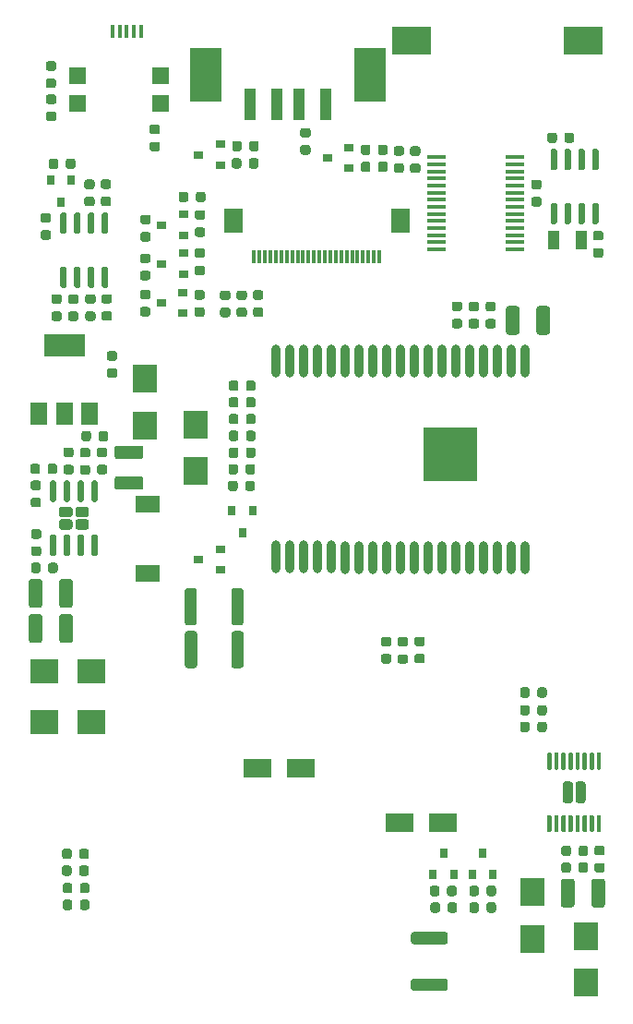
<source format=gbr>
%TF.GenerationSoftware,KiCad,Pcbnew,5.1.6-c6e7f7d~87~ubuntu20.04.1*%
%TF.CreationDate,2020-11-14T10:44:13+07:00*%
%TF.ProjectId,pas-slave-camera-hw,7061732d-736c-4617-9665-2d63616d6572,rev?*%
%TF.SameCoordinates,Original*%
%TF.FileFunction,Paste,Top*%
%TF.FilePolarity,Positive*%
%FSLAX46Y46*%
G04 Gerber Fmt 4.6, Leading zero omitted, Abs format (unit mm)*
G04 Created by KiCad (PCBNEW 5.1.6-c6e7f7d~87~ubuntu20.04.1) date 2020-11-14 10:44:13*
%MOMM*%
%LPD*%
G01*
G04 APERTURE LIST*
%ADD10R,0.800000X0.900000*%
%ADD11R,2.200000X1.500000*%
%ADD12R,1.800000X2.200000*%
%ADD13R,0.300000X1.300000*%
%ADD14R,3.000000X5.000000*%
%ADD15R,1.100000X3.000000*%
%ADD16R,2.500000X1.800000*%
%ADD17R,1.000000X1.800000*%
%ADD18R,1.600000X1.600000*%
%ADD19R,0.900000X0.800000*%
%ADD20R,0.450000X1.300000*%
%ADD21R,1.750000X0.450000*%
%ADD22R,1.500000X2.000000*%
%ADD23R,3.800000X2.000000*%
%ADD24R,5.000000X5.000000*%
%ADD25O,0.900000X3.000000*%
%ADD26R,2.300000X2.500000*%
%ADD27R,2.500000X2.300000*%
%ADD28R,3.540000X2.600000*%
%ADD29R,3.660000X2.600000*%
G04 APERTURE END LIST*
%TO.C,R42*%
G36*
G01*
X307139050Y-66922000D02*
X306626550Y-66922000D01*
G75*
G02*
X306407800Y-66703250I0J218750D01*
G01*
X306407800Y-66265750D01*
G75*
G02*
X306626550Y-66047000I218750J0D01*
G01*
X307139050Y-66047000D01*
G75*
G02*
X307357800Y-66265750I0J-218750D01*
G01*
X307357800Y-66703250D01*
G75*
G02*
X307139050Y-66922000I-218750J0D01*
G01*
G37*
G36*
G01*
X307139050Y-68497000D02*
X306626550Y-68497000D01*
G75*
G02*
X306407800Y-68278250I0J218750D01*
G01*
X306407800Y-67840750D01*
G75*
G02*
X306626550Y-67622000I218750J0D01*
G01*
X307139050Y-67622000D01*
G75*
G02*
X307357800Y-67840750I0J-218750D01*
G01*
X307357800Y-68278250D01*
G75*
G02*
X307139050Y-68497000I-218750J0D01*
G01*
G37*
%TD*%
D10*
%TO.C,U14*%
X324916800Y-95346520D03*
X323966800Y-93346520D03*
X325866800Y-93346520D03*
%TD*%
%TO.C,R41*%
G36*
G01*
X324516000Y-89278750D02*
X324516000Y-89791250D01*
G75*
G02*
X324297250Y-90010000I-218750J0D01*
G01*
X323859750Y-90010000D01*
G75*
G02*
X323641000Y-89791250I0J218750D01*
G01*
X323641000Y-89278750D01*
G75*
G02*
X323859750Y-89060000I218750J0D01*
G01*
X324297250Y-89060000D01*
G75*
G02*
X324516000Y-89278750I0J-218750D01*
G01*
G37*
G36*
G01*
X326091000Y-89278750D02*
X326091000Y-89791250D01*
G75*
G02*
X325872250Y-90010000I-218750J0D01*
G01*
X325434750Y-90010000D01*
G75*
G02*
X325216000Y-89791250I0J218750D01*
G01*
X325216000Y-89278750D01*
G75*
G02*
X325434750Y-89060000I218750J0D01*
G01*
X325872250Y-89060000D01*
G75*
G02*
X326091000Y-89278750I0J-218750D01*
G01*
G37*
%TD*%
%TO.C,R40*%
G36*
G01*
X325190500Y-91315250D02*
X325190500Y-90802750D01*
G75*
G02*
X325409250Y-90584000I218750J0D01*
G01*
X325846750Y-90584000D01*
G75*
G02*
X326065500Y-90802750I0J-218750D01*
G01*
X326065500Y-91315250D01*
G75*
G02*
X325846750Y-91534000I-218750J0D01*
G01*
X325409250Y-91534000D01*
G75*
G02*
X325190500Y-91315250I0J218750D01*
G01*
G37*
G36*
G01*
X323615500Y-91315250D02*
X323615500Y-90802750D01*
G75*
G02*
X323834250Y-90584000I218750J0D01*
G01*
X324271750Y-90584000D01*
G75*
G02*
X324490500Y-90802750I0J-218750D01*
G01*
X324490500Y-91315250D01*
G75*
G02*
X324271750Y-91534000I-218750J0D01*
G01*
X323834250Y-91534000D01*
G75*
G02*
X323615500Y-91315250I0J218750D01*
G01*
G37*
%TD*%
%TO.C,R5*%
G36*
G01*
X309250500Y-126088430D02*
X309250500Y-126600930D01*
G75*
G02*
X309031750Y-126819680I-218750J0D01*
G01*
X308594250Y-126819680D01*
G75*
G02*
X308375500Y-126600930I0J218750D01*
G01*
X308375500Y-126088430D01*
G75*
G02*
X308594250Y-125869680I218750J0D01*
G01*
X309031750Y-125869680D01*
G75*
G02*
X309250500Y-126088430I0J-218750D01*
G01*
G37*
G36*
G01*
X310825500Y-126088430D02*
X310825500Y-126600930D01*
G75*
G02*
X310606750Y-126819680I-218750J0D01*
G01*
X310169250Y-126819680D01*
G75*
G02*
X309950500Y-126600930I0J218750D01*
G01*
X309950500Y-126088430D01*
G75*
G02*
X310169250Y-125869680I218750J0D01*
G01*
X310606750Y-125869680D01*
G75*
G02*
X310825500Y-126088430I0J-218750D01*
G01*
G37*
%TD*%
%TO.C,U11*%
G36*
G01*
X354554700Y-118171560D02*
X355019700Y-118171560D01*
G75*
G02*
X355252200Y-118404060I0J-232500D01*
G01*
X355252200Y-119919060D01*
G75*
G02*
X355019700Y-120151560I-232500J0D01*
G01*
X354554700Y-120151560D01*
G75*
G02*
X354322200Y-119919060I0J232500D01*
G01*
X354322200Y-118404060D01*
G75*
G02*
X354554700Y-118171560I232500J0D01*
G01*
G37*
G36*
G01*
X355714700Y-118171560D02*
X356179700Y-118171560D01*
G75*
G02*
X356412200Y-118404060I0J-232500D01*
G01*
X356412200Y-119919060D01*
G75*
G02*
X356179700Y-120151560I-232500J0D01*
G01*
X355714700Y-120151560D01*
G75*
G02*
X355482200Y-119919060I0J232500D01*
G01*
X355482200Y-118404060D01*
G75*
G02*
X355714700Y-118171560I232500J0D01*
G01*
G37*
G36*
G01*
X357542200Y-121236560D02*
X357742200Y-121236560D01*
G75*
G02*
X357842200Y-121336560I0J-100000D01*
G01*
X357842200Y-122711560D01*
G75*
G02*
X357742200Y-122811560I-100000J0D01*
G01*
X357542200Y-122811560D01*
G75*
G02*
X357442200Y-122711560I0J100000D01*
G01*
X357442200Y-121336560D01*
G75*
G02*
X357542200Y-121236560I100000J0D01*
G01*
G37*
G36*
G01*
X356892200Y-121236560D02*
X357092200Y-121236560D01*
G75*
G02*
X357192200Y-121336560I0J-100000D01*
G01*
X357192200Y-122711560D01*
G75*
G02*
X357092200Y-122811560I-100000J0D01*
G01*
X356892200Y-122811560D01*
G75*
G02*
X356792200Y-122711560I0J100000D01*
G01*
X356792200Y-121336560D01*
G75*
G02*
X356892200Y-121236560I100000J0D01*
G01*
G37*
G36*
G01*
X356242200Y-121236560D02*
X356442200Y-121236560D01*
G75*
G02*
X356542200Y-121336560I0J-100000D01*
G01*
X356542200Y-122711560D01*
G75*
G02*
X356442200Y-122811560I-100000J0D01*
G01*
X356242200Y-122811560D01*
G75*
G02*
X356142200Y-122711560I0J100000D01*
G01*
X356142200Y-121336560D01*
G75*
G02*
X356242200Y-121236560I100000J0D01*
G01*
G37*
G36*
G01*
X355592200Y-121236560D02*
X355792200Y-121236560D01*
G75*
G02*
X355892200Y-121336560I0J-100000D01*
G01*
X355892200Y-122711560D01*
G75*
G02*
X355792200Y-122811560I-100000J0D01*
G01*
X355592200Y-122811560D01*
G75*
G02*
X355492200Y-122711560I0J100000D01*
G01*
X355492200Y-121336560D01*
G75*
G02*
X355592200Y-121236560I100000J0D01*
G01*
G37*
G36*
G01*
X354942200Y-121236560D02*
X355142200Y-121236560D01*
G75*
G02*
X355242200Y-121336560I0J-100000D01*
G01*
X355242200Y-122711560D01*
G75*
G02*
X355142200Y-122811560I-100000J0D01*
G01*
X354942200Y-122811560D01*
G75*
G02*
X354842200Y-122711560I0J100000D01*
G01*
X354842200Y-121336560D01*
G75*
G02*
X354942200Y-121236560I100000J0D01*
G01*
G37*
G36*
G01*
X354292200Y-121236560D02*
X354492200Y-121236560D01*
G75*
G02*
X354592200Y-121336560I0J-100000D01*
G01*
X354592200Y-122711560D01*
G75*
G02*
X354492200Y-122811560I-100000J0D01*
G01*
X354292200Y-122811560D01*
G75*
G02*
X354192200Y-122711560I0J100000D01*
G01*
X354192200Y-121336560D01*
G75*
G02*
X354292200Y-121236560I100000J0D01*
G01*
G37*
G36*
G01*
X353642200Y-121236560D02*
X353842200Y-121236560D01*
G75*
G02*
X353942200Y-121336560I0J-100000D01*
G01*
X353942200Y-122711560D01*
G75*
G02*
X353842200Y-122811560I-100000J0D01*
G01*
X353642200Y-122811560D01*
G75*
G02*
X353542200Y-122711560I0J100000D01*
G01*
X353542200Y-121336560D01*
G75*
G02*
X353642200Y-121236560I100000J0D01*
G01*
G37*
G36*
G01*
X352992200Y-121236560D02*
X353192200Y-121236560D01*
G75*
G02*
X353292200Y-121336560I0J-100000D01*
G01*
X353292200Y-122711560D01*
G75*
G02*
X353192200Y-122811560I-100000J0D01*
G01*
X352992200Y-122811560D01*
G75*
G02*
X352892200Y-122711560I0J100000D01*
G01*
X352892200Y-121336560D01*
G75*
G02*
X352992200Y-121236560I100000J0D01*
G01*
G37*
G36*
G01*
X352992200Y-115511560D02*
X353192200Y-115511560D01*
G75*
G02*
X353292200Y-115611560I0J-100000D01*
G01*
X353292200Y-116986560D01*
G75*
G02*
X353192200Y-117086560I-100000J0D01*
G01*
X352992200Y-117086560D01*
G75*
G02*
X352892200Y-116986560I0J100000D01*
G01*
X352892200Y-115611560D01*
G75*
G02*
X352992200Y-115511560I100000J0D01*
G01*
G37*
G36*
G01*
X353642200Y-115511560D02*
X353842200Y-115511560D01*
G75*
G02*
X353942200Y-115611560I0J-100000D01*
G01*
X353942200Y-116986560D01*
G75*
G02*
X353842200Y-117086560I-100000J0D01*
G01*
X353642200Y-117086560D01*
G75*
G02*
X353542200Y-116986560I0J100000D01*
G01*
X353542200Y-115611560D01*
G75*
G02*
X353642200Y-115511560I100000J0D01*
G01*
G37*
G36*
G01*
X354292200Y-115511560D02*
X354492200Y-115511560D01*
G75*
G02*
X354592200Y-115611560I0J-100000D01*
G01*
X354592200Y-116986560D01*
G75*
G02*
X354492200Y-117086560I-100000J0D01*
G01*
X354292200Y-117086560D01*
G75*
G02*
X354192200Y-116986560I0J100000D01*
G01*
X354192200Y-115611560D01*
G75*
G02*
X354292200Y-115511560I100000J0D01*
G01*
G37*
G36*
G01*
X354942200Y-115511560D02*
X355142200Y-115511560D01*
G75*
G02*
X355242200Y-115611560I0J-100000D01*
G01*
X355242200Y-116986560D01*
G75*
G02*
X355142200Y-117086560I-100000J0D01*
G01*
X354942200Y-117086560D01*
G75*
G02*
X354842200Y-116986560I0J100000D01*
G01*
X354842200Y-115611560D01*
G75*
G02*
X354942200Y-115511560I100000J0D01*
G01*
G37*
G36*
G01*
X355592200Y-115511560D02*
X355792200Y-115511560D01*
G75*
G02*
X355892200Y-115611560I0J-100000D01*
G01*
X355892200Y-116986560D01*
G75*
G02*
X355792200Y-117086560I-100000J0D01*
G01*
X355592200Y-117086560D01*
G75*
G02*
X355492200Y-116986560I0J100000D01*
G01*
X355492200Y-115611560D01*
G75*
G02*
X355592200Y-115511560I100000J0D01*
G01*
G37*
G36*
G01*
X356242200Y-115511560D02*
X356442200Y-115511560D01*
G75*
G02*
X356542200Y-115611560I0J-100000D01*
G01*
X356542200Y-116986560D01*
G75*
G02*
X356442200Y-117086560I-100000J0D01*
G01*
X356242200Y-117086560D01*
G75*
G02*
X356142200Y-116986560I0J100000D01*
G01*
X356142200Y-115611560D01*
G75*
G02*
X356242200Y-115511560I100000J0D01*
G01*
G37*
G36*
G01*
X356892200Y-115511560D02*
X357092200Y-115511560D01*
G75*
G02*
X357192200Y-115611560I0J-100000D01*
G01*
X357192200Y-116986560D01*
G75*
G02*
X357092200Y-117086560I-100000J0D01*
G01*
X356892200Y-117086560D01*
G75*
G02*
X356792200Y-116986560I0J100000D01*
G01*
X356792200Y-115611560D01*
G75*
G02*
X356892200Y-115511560I100000J0D01*
G01*
G37*
G36*
G01*
X357542200Y-115511560D02*
X357742200Y-115511560D01*
G75*
G02*
X357842200Y-115611560I0J-100000D01*
G01*
X357842200Y-116986560D01*
G75*
G02*
X357742200Y-117086560I-100000J0D01*
G01*
X357542200Y-117086560D01*
G75*
G02*
X357442200Y-116986560I0J100000D01*
G01*
X357442200Y-115611560D01*
G75*
G02*
X357542200Y-115511560I100000J0D01*
G01*
G37*
%TD*%
%TO.C,C4*%
G36*
G01*
X351282520Y-111371670D02*
X351282520Y-111884170D01*
G75*
G02*
X351063770Y-112102920I-218750J0D01*
G01*
X350626270Y-112102920D01*
G75*
G02*
X350407520Y-111884170I0J218750D01*
G01*
X350407520Y-111371670D01*
G75*
G02*
X350626270Y-111152920I218750J0D01*
G01*
X351063770Y-111152920D01*
G75*
G02*
X351282520Y-111371670I0J-218750D01*
G01*
G37*
G36*
G01*
X352857520Y-111371670D02*
X352857520Y-111884170D01*
G75*
G02*
X352638770Y-112102920I-218750J0D01*
G01*
X352201270Y-112102920D01*
G75*
G02*
X351982520Y-111884170I0J218750D01*
G01*
X351982520Y-111371670D01*
G75*
G02*
X352201270Y-111152920I218750J0D01*
G01*
X352638770Y-111152920D01*
G75*
G02*
X352857520Y-111371670I0J-218750D01*
G01*
G37*
%TD*%
%TO.C,C10*%
G36*
G01*
X320754030Y-70863040D02*
X321266530Y-70863040D01*
G75*
G02*
X321485280Y-71081790I0J-218750D01*
G01*
X321485280Y-71519290D01*
G75*
G02*
X321266530Y-71738040I-218750J0D01*
G01*
X320754030Y-71738040D01*
G75*
G02*
X320535280Y-71519290I0J218750D01*
G01*
X320535280Y-71081790D01*
G75*
G02*
X320754030Y-70863040I218750J0D01*
G01*
G37*
G36*
G01*
X320754030Y-69288040D02*
X321266530Y-69288040D01*
G75*
G02*
X321485280Y-69506790I0J-218750D01*
G01*
X321485280Y-69944290D01*
G75*
G02*
X321266530Y-70163040I-218750J0D01*
G01*
X320754030Y-70163040D01*
G75*
G02*
X320535280Y-69944290I0J218750D01*
G01*
X320535280Y-69506790D01*
G75*
G02*
X320754030Y-69288040I218750J0D01*
G01*
G37*
%TD*%
D11*
%TO.C,L1*%
X316255400Y-92715480D03*
X316255400Y-99115480D03*
%TD*%
D12*
%TO.C,U9*%
X324088680Y-66715240D03*
D13*
X332488680Y-70015240D03*
X333488680Y-70015240D03*
X331488680Y-70015240D03*
X333988680Y-70015240D03*
X334488680Y-70015240D03*
X332988680Y-70015240D03*
X330988680Y-70015240D03*
X329488680Y-70015240D03*
X326488680Y-70015240D03*
X327488680Y-70015240D03*
X331988680Y-70015240D03*
X326988680Y-70015240D03*
X335988680Y-70015240D03*
X336488680Y-70015240D03*
X330488680Y-70015240D03*
X328488680Y-70015240D03*
X334988680Y-70015240D03*
X335488680Y-70015240D03*
X336988680Y-70015240D03*
X337488680Y-70015240D03*
D12*
X339388680Y-66715240D03*
D13*
X325988680Y-70015240D03*
X327988680Y-70015240D03*
X328988680Y-70015240D03*
X329988680Y-70015240D03*
%TD*%
D14*
%TO.C,J3*%
X321600000Y-53360340D03*
X336600000Y-53360340D03*
D15*
X325600000Y-56060340D03*
X328100000Y-56060340D03*
X330100000Y-56060340D03*
X332600000Y-56060340D03*
%TD*%
%TO.C,C1*%
G36*
G01*
X356946500Y-129472000D02*
X356946500Y-127322000D01*
G75*
G02*
X357196500Y-127072000I250000J0D01*
G01*
X357946500Y-127072000D01*
G75*
G02*
X358196500Y-127322000I0J-250000D01*
G01*
X358196500Y-129472000D01*
G75*
G02*
X357946500Y-129722000I-250000J0D01*
G01*
X357196500Y-129722000D01*
G75*
G02*
X356946500Y-129472000I0J250000D01*
G01*
G37*
G36*
G01*
X354146500Y-129472000D02*
X354146500Y-127322000D01*
G75*
G02*
X354396500Y-127072000I250000J0D01*
G01*
X355146500Y-127072000D01*
G75*
G02*
X355396500Y-127322000I0J-250000D01*
G01*
X355396500Y-129472000D01*
G75*
G02*
X355146500Y-129722000I-250000J0D01*
G01*
X354396500Y-129722000D01*
G75*
G02*
X354146500Y-129472000I0J250000D01*
G01*
G37*
%TD*%
D16*
%TO.C,D12*%
X326315320Y-116961920D03*
X330315320Y-116961920D03*
%TD*%
%TO.C,D10*%
X343318600Y-121945400D03*
X339318600Y-121945400D03*
%TD*%
%TO.C,R4*%
G36*
G01*
X324551460Y-87767450D02*
X324551460Y-88279950D01*
G75*
G02*
X324332710Y-88498700I-218750J0D01*
G01*
X323895210Y-88498700D01*
G75*
G02*
X323676460Y-88279950I0J218750D01*
G01*
X323676460Y-87767450D01*
G75*
G02*
X323895210Y-87548700I218750J0D01*
G01*
X324332710Y-87548700D01*
G75*
G02*
X324551460Y-87767450I0J-218750D01*
G01*
G37*
G36*
G01*
X326126460Y-87767450D02*
X326126460Y-88279950D01*
G75*
G02*
X325907710Y-88498700I-218750J0D01*
G01*
X325470210Y-88498700D01*
G75*
G02*
X325251460Y-88279950I0J218750D01*
G01*
X325251460Y-87767450D01*
G75*
G02*
X325470210Y-87548700I218750J0D01*
G01*
X325907710Y-87548700D01*
G75*
G02*
X326126460Y-87767450I0J-218750D01*
G01*
G37*
%TD*%
%TO.C,U5*%
G36*
G01*
X353637900Y-62118600D02*
X353337900Y-62118600D01*
G75*
G02*
X353187900Y-61968600I0J150000D01*
G01*
X353187900Y-60318600D01*
G75*
G02*
X353337900Y-60168600I150000J0D01*
G01*
X353637900Y-60168600D01*
G75*
G02*
X353787900Y-60318600I0J-150000D01*
G01*
X353787900Y-61968600D01*
G75*
G02*
X353637900Y-62118600I-150000J0D01*
G01*
G37*
G36*
G01*
X354907900Y-62118600D02*
X354607900Y-62118600D01*
G75*
G02*
X354457900Y-61968600I0J150000D01*
G01*
X354457900Y-60318600D01*
G75*
G02*
X354607900Y-60168600I150000J0D01*
G01*
X354907900Y-60168600D01*
G75*
G02*
X355057900Y-60318600I0J-150000D01*
G01*
X355057900Y-61968600D01*
G75*
G02*
X354907900Y-62118600I-150000J0D01*
G01*
G37*
G36*
G01*
X356177900Y-62118600D02*
X355877900Y-62118600D01*
G75*
G02*
X355727900Y-61968600I0J150000D01*
G01*
X355727900Y-60318600D01*
G75*
G02*
X355877900Y-60168600I150000J0D01*
G01*
X356177900Y-60168600D01*
G75*
G02*
X356327900Y-60318600I0J-150000D01*
G01*
X356327900Y-61968600D01*
G75*
G02*
X356177900Y-62118600I-150000J0D01*
G01*
G37*
G36*
G01*
X357447900Y-62118600D02*
X357147900Y-62118600D01*
G75*
G02*
X356997900Y-61968600I0J150000D01*
G01*
X356997900Y-60318600D01*
G75*
G02*
X357147900Y-60168600I150000J0D01*
G01*
X357447900Y-60168600D01*
G75*
G02*
X357597900Y-60318600I0J-150000D01*
G01*
X357597900Y-61968600D01*
G75*
G02*
X357447900Y-62118600I-150000J0D01*
G01*
G37*
G36*
G01*
X357447900Y-67068600D02*
X357147900Y-67068600D01*
G75*
G02*
X356997900Y-66918600I0J150000D01*
G01*
X356997900Y-65268600D01*
G75*
G02*
X357147900Y-65118600I150000J0D01*
G01*
X357447900Y-65118600D01*
G75*
G02*
X357597900Y-65268600I0J-150000D01*
G01*
X357597900Y-66918600D01*
G75*
G02*
X357447900Y-67068600I-150000J0D01*
G01*
G37*
G36*
G01*
X356177900Y-67068600D02*
X355877900Y-67068600D01*
G75*
G02*
X355727900Y-66918600I0J150000D01*
G01*
X355727900Y-65268600D01*
G75*
G02*
X355877900Y-65118600I150000J0D01*
G01*
X356177900Y-65118600D01*
G75*
G02*
X356327900Y-65268600I0J-150000D01*
G01*
X356327900Y-66918600D01*
G75*
G02*
X356177900Y-67068600I-150000J0D01*
G01*
G37*
G36*
G01*
X354907900Y-67068600D02*
X354607900Y-67068600D01*
G75*
G02*
X354457900Y-66918600I0J150000D01*
G01*
X354457900Y-65268600D01*
G75*
G02*
X354607900Y-65118600I150000J0D01*
G01*
X354907900Y-65118600D01*
G75*
G02*
X355057900Y-65268600I0J-150000D01*
G01*
X355057900Y-66918600D01*
G75*
G02*
X354907900Y-67068600I-150000J0D01*
G01*
G37*
G36*
G01*
X353637900Y-67068600D02*
X353337900Y-67068600D01*
G75*
G02*
X353187900Y-66918600I0J150000D01*
G01*
X353187900Y-65268600D01*
G75*
G02*
X353337900Y-65118600I150000J0D01*
G01*
X353637900Y-65118600D01*
G75*
G02*
X353787900Y-65268600I0J-150000D01*
G01*
X353787900Y-66918600D01*
G75*
G02*
X353637900Y-67068600I-150000J0D01*
G01*
G37*
%TD*%
D17*
%TO.C,Y1*%
X355992900Y-68543600D03*
X353492900Y-68543600D03*
%TD*%
%TO.C,U10*%
G36*
G01*
X312173480Y-70950180D02*
X312473480Y-70950180D01*
G75*
G02*
X312623480Y-71100180I0J-150000D01*
G01*
X312623480Y-72750180D01*
G75*
G02*
X312473480Y-72900180I-150000J0D01*
G01*
X312173480Y-72900180D01*
G75*
G02*
X312023480Y-72750180I0J150000D01*
G01*
X312023480Y-71100180D01*
G75*
G02*
X312173480Y-70950180I150000J0D01*
G01*
G37*
G36*
G01*
X310903480Y-70950180D02*
X311203480Y-70950180D01*
G75*
G02*
X311353480Y-71100180I0J-150000D01*
G01*
X311353480Y-72750180D01*
G75*
G02*
X311203480Y-72900180I-150000J0D01*
G01*
X310903480Y-72900180D01*
G75*
G02*
X310753480Y-72750180I0J150000D01*
G01*
X310753480Y-71100180D01*
G75*
G02*
X310903480Y-70950180I150000J0D01*
G01*
G37*
G36*
G01*
X309633480Y-70950180D02*
X309933480Y-70950180D01*
G75*
G02*
X310083480Y-71100180I0J-150000D01*
G01*
X310083480Y-72750180D01*
G75*
G02*
X309933480Y-72900180I-150000J0D01*
G01*
X309633480Y-72900180D01*
G75*
G02*
X309483480Y-72750180I0J150000D01*
G01*
X309483480Y-71100180D01*
G75*
G02*
X309633480Y-70950180I150000J0D01*
G01*
G37*
G36*
G01*
X308363480Y-70950180D02*
X308663480Y-70950180D01*
G75*
G02*
X308813480Y-71100180I0J-150000D01*
G01*
X308813480Y-72750180D01*
G75*
G02*
X308663480Y-72900180I-150000J0D01*
G01*
X308363480Y-72900180D01*
G75*
G02*
X308213480Y-72750180I0J150000D01*
G01*
X308213480Y-71100180D01*
G75*
G02*
X308363480Y-70950180I150000J0D01*
G01*
G37*
G36*
G01*
X308363480Y-66000180D02*
X308663480Y-66000180D01*
G75*
G02*
X308813480Y-66150180I0J-150000D01*
G01*
X308813480Y-67800180D01*
G75*
G02*
X308663480Y-67950180I-150000J0D01*
G01*
X308363480Y-67950180D01*
G75*
G02*
X308213480Y-67800180I0J150000D01*
G01*
X308213480Y-66150180D01*
G75*
G02*
X308363480Y-66000180I150000J0D01*
G01*
G37*
G36*
G01*
X309633480Y-66000180D02*
X309933480Y-66000180D01*
G75*
G02*
X310083480Y-66150180I0J-150000D01*
G01*
X310083480Y-67800180D01*
G75*
G02*
X309933480Y-67950180I-150000J0D01*
G01*
X309633480Y-67950180D01*
G75*
G02*
X309483480Y-67800180I0J150000D01*
G01*
X309483480Y-66150180D01*
G75*
G02*
X309633480Y-66000180I150000J0D01*
G01*
G37*
G36*
G01*
X310903480Y-66000180D02*
X311203480Y-66000180D01*
G75*
G02*
X311353480Y-66150180I0J-150000D01*
G01*
X311353480Y-67800180D01*
G75*
G02*
X311203480Y-67950180I-150000J0D01*
G01*
X310903480Y-67950180D01*
G75*
G02*
X310753480Y-67800180I0J150000D01*
G01*
X310753480Y-66150180D01*
G75*
G02*
X310903480Y-66000180I150000J0D01*
G01*
G37*
G36*
G01*
X312173480Y-66000180D02*
X312473480Y-66000180D01*
G75*
G02*
X312623480Y-66150180I0J-150000D01*
G01*
X312623480Y-67800180D01*
G75*
G02*
X312473480Y-67950180I-150000J0D01*
G01*
X312173480Y-67950180D01*
G75*
G02*
X312023480Y-67800180I0J150000D01*
G01*
X312023480Y-66150180D01*
G75*
G02*
X312173480Y-66000180I150000J0D01*
G01*
G37*
%TD*%
D18*
%TO.C,U8*%
X309813960Y-56032400D03*
X317433960Y-53492400D03*
X309813960Y-53492400D03*
X317433960Y-56032400D03*
%TD*%
%TO.C,U3*%
G36*
G01*
X310600000Y-93935000D02*
X309830000Y-93935000D01*
G75*
G02*
X309590000Y-93695000I0J240000D01*
G01*
X309590000Y-93215000D01*
G75*
G02*
X309830000Y-92975000I240000J0D01*
G01*
X310600000Y-92975000D01*
G75*
G02*
X310840000Y-93215000I0J-240000D01*
G01*
X310840000Y-93695000D01*
G75*
G02*
X310600000Y-93935000I-240000J0D01*
G01*
G37*
G36*
G01*
X309100000Y-93935000D02*
X308330000Y-93935000D01*
G75*
G02*
X308090000Y-93695000I0J240000D01*
G01*
X308090000Y-93215000D01*
G75*
G02*
X308330000Y-92975000I240000J0D01*
G01*
X309100000Y-92975000D01*
G75*
G02*
X309340000Y-93215000I0J-240000D01*
G01*
X309340000Y-93695000D01*
G75*
G02*
X309100000Y-93935000I-240000J0D01*
G01*
G37*
G36*
G01*
X310600000Y-95075000D02*
X309830000Y-95075000D01*
G75*
G02*
X309590000Y-94835000I0J240000D01*
G01*
X309590000Y-94355000D01*
G75*
G02*
X309830000Y-94115000I240000J0D01*
G01*
X310600000Y-94115000D01*
G75*
G02*
X310840000Y-94355000I0J-240000D01*
G01*
X310840000Y-94835000D01*
G75*
G02*
X310600000Y-95075000I-240000J0D01*
G01*
G37*
G36*
G01*
X309100000Y-95075000D02*
X308330000Y-95075000D01*
G75*
G02*
X308090000Y-94835000I0J240000D01*
G01*
X308090000Y-94355000D01*
G75*
G02*
X308330000Y-94115000I240000J0D01*
G01*
X309100000Y-94115000D01*
G75*
G02*
X309340000Y-94355000I0J-240000D01*
G01*
X309340000Y-94835000D01*
G75*
G02*
X309100000Y-95075000I-240000J0D01*
G01*
G37*
G36*
G01*
X307710000Y-92525000D02*
X307410000Y-92525000D01*
G75*
G02*
X307260000Y-92375000I0J150000D01*
G01*
X307260000Y-90725000D01*
G75*
G02*
X307410000Y-90575000I150000J0D01*
G01*
X307710000Y-90575000D01*
G75*
G02*
X307860000Y-90725000I0J-150000D01*
G01*
X307860000Y-92375000D01*
G75*
G02*
X307710000Y-92525000I-150000J0D01*
G01*
G37*
G36*
G01*
X308980000Y-92525000D02*
X308680000Y-92525000D01*
G75*
G02*
X308530000Y-92375000I0J150000D01*
G01*
X308530000Y-90725000D01*
G75*
G02*
X308680000Y-90575000I150000J0D01*
G01*
X308980000Y-90575000D01*
G75*
G02*
X309130000Y-90725000I0J-150000D01*
G01*
X309130000Y-92375000D01*
G75*
G02*
X308980000Y-92525000I-150000J0D01*
G01*
G37*
G36*
G01*
X310250000Y-92525000D02*
X309950000Y-92525000D01*
G75*
G02*
X309800000Y-92375000I0J150000D01*
G01*
X309800000Y-90725000D01*
G75*
G02*
X309950000Y-90575000I150000J0D01*
G01*
X310250000Y-90575000D01*
G75*
G02*
X310400000Y-90725000I0J-150000D01*
G01*
X310400000Y-92375000D01*
G75*
G02*
X310250000Y-92525000I-150000J0D01*
G01*
G37*
G36*
G01*
X311520000Y-92525000D02*
X311220000Y-92525000D01*
G75*
G02*
X311070000Y-92375000I0J150000D01*
G01*
X311070000Y-90725000D01*
G75*
G02*
X311220000Y-90575000I150000J0D01*
G01*
X311520000Y-90575000D01*
G75*
G02*
X311670000Y-90725000I0J-150000D01*
G01*
X311670000Y-92375000D01*
G75*
G02*
X311520000Y-92525000I-150000J0D01*
G01*
G37*
G36*
G01*
X311520000Y-97475000D02*
X311220000Y-97475000D01*
G75*
G02*
X311070000Y-97325000I0J150000D01*
G01*
X311070000Y-95675000D01*
G75*
G02*
X311220000Y-95525000I150000J0D01*
G01*
X311520000Y-95525000D01*
G75*
G02*
X311670000Y-95675000I0J-150000D01*
G01*
X311670000Y-97325000D01*
G75*
G02*
X311520000Y-97475000I-150000J0D01*
G01*
G37*
G36*
G01*
X310250000Y-97475000D02*
X309950000Y-97475000D01*
G75*
G02*
X309800000Y-97325000I0J150000D01*
G01*
X309800000Y-95675000D01*
G75*
G02*
X309950000Y-95525000I150000J0D01*
G01*
X310250000Y-95525000D01*
G75*
G02*
X310400000Y-95675000I0J-150000D01*
G01*
X310400000Y-97325000D01*
G75*
G02*
X310250000Y-97475000I-150000J0D01*
G01*
G37*
G36*
G01*
X308980000Y-97475000D02*
X308680000Y-97475000D01*
G75*
G02*
X308530000Y-97325000I0J150000D01*
G01*
X308530000Y-95675000D01*
G75*
G02*
X308680000Y-95525000I150000J0D01*
G01*
X308980000Y-95525000D01*
G75*
G02*
X309130000Y-95675000I0J-150000D01*
G01*
X309130000Y-97325000D01*
G75*
G02*
X308980000Y-97475000I-150000J0D01*
G01*
G37*
G36*
G01*
X307710000Y-97475000D02*
X307410000Y-97475000D01*
G75*
G02*
X307260000Y-97325000I0J150000D01*
G01*
X307260000Y-95675000D01*
G75*
G02*
X307410000Y-95525000I150000J0D01*
G01*
X307710000Y-95525000D01*
G75*
G02*
X307860000Y-95675000I0J-150000D01*
G01*
X307860000Y-97325000D01*
G75*
G02*
X307710000Y-97475000I-150000J0D01*
G01*
G37*
%TD*%
%TO.C,TH3*%
G36*
G01*
X343537201Y-137366900D02*
X340637199Y-137366900D01*
G75*
G02*
X340387200Y-137116901I0J249999D01*
G01*
X340387200Y-136491899D01*
G75*
G02*
X340637199Y-136241900I249999J0D01*
G01*
X343537201Y-136241900D01*
G75*
G02*
X343787200Y-136491899I0J-249999D01*
G01*
X343787200Y-137116901D01*
G75*
G02*
X343537201Y-137366900I-249999J0D01*
G01*
G37*
G36*
G01*
X343537201Y-133091900D02*
X340637199Y-133091900D01*
G75*
G02*
X340387200Y-132841901I0J249999D01*
G01*
X340387200Y-132216899D01*
G75*
G02*
X340637199Y-131966900I249999J0D01*
G01*
X343537201Y-131966900D01*
G75*
G02*
X343787200Y-132216899I0J-249999D01*
G01*
X343787200Y-132841901D01*
G75*
G02*
X343537201Y-133091900I-249999J0D01*
G01*
G37*
%TD*%
%TO.C,TH2*%
G36*
G01*
X323898460Y-103593561D02*
X323898460Y-100693559D01*
G75*
G02*
X324148459Y-100443560I249999J0D01*
G01*
X324773461Y-100443560D01*
G75*
G02*
X325023460Y-100693559I0J-249999D01*
G01*
X325023460Y-103593561D01*
G75*
G02*
X324773461Y-103843560I-249999J0D01*
G01*
X324148459Y-103843560D01*
G75*
G02*
X323898460Y-103593561I0J249999D01*
G01*
G37*
G36*
G01*
X319623460Y-103593561D02*
X319623460Y-100693559D01*
G75*
G02*
X319873459Y-100443560I249999J0D01*
G01*
X320498461Y-100443560D01*
G75*
G02*
X320748460Y-100693559I0J-249999D01*
G01*
X320748460Y-103593561D01*
G75*
G02*
X320498461Y-103843560I-249999J0D01*
G01*
X319873459Y-103843560D01*
G75*
G02*
X319623460Y-103593561I0J249999D01*
G01*
G37*
%TD*%
%TO.C,TH1*%
G36*
G01*
X323913700Y-107525481D02*
X323913700Y-104625479D01*
G75*
G02*
X324163699Y-104375480I249999J0D01*
G01*
X324788701Y-104375480D01*
G75*
G02*
X325038700Y-104625479I0J-249999D01*
G01*
X325038700Y-107525481D01*
G75*
G02*
X324788701Y-107775480I-249999J0D01*
G01*
X324163699Y-107775480D01*
G75*
G02*
X323913700Y-107525481I0J249999D01*
G01*
G37*
G36*
G01*
X319638700Y-107525481D02*
X319638700Y-104625479D01*
G75*
G02*
X319888699Y-104375480I249999J0D01*
G01*
X320513701Y-104375480D01*
G75*
G02*
X320763700Y-104625479I0J-249999D01*
G01*
X320763700Y-107525481D01*
G75*
G02*
X320513701Y-107775480I-249999J0D01*
G01*
X319888699Y-107775480D01*
G75*
G02*
X319638700Y-107525481I0J249999D01*
G01*
G37*
%TD*%
D19*
%TO.C,Q2*%
X320885820Y-60690760D03*
X322885820Y-59740760D03*
X322885820Y-61640760D03*
%TD*%
%TO.C,Q1*%
X317476900Y-74273600D03*
X319476900Y-73323600D03*
X319476900Y-75223600D03*
%TD*%
D20*
%TO.C,J4*%
X313010000Y-49380000D03*
X313660000Y-49380000D03*
X314310000Y-49380000D03*
X314960000Y-49380000D03*
X315610000Y-49380000D03*
%TD*%
D21*
%TO.C,U7*%
X342742400Y-69380400D03*
X342742400Y-68730400D03*
X342742400Y-68080400D03*
X342742400Y-67430400D03*
X342742400Y-66780400D03*
X342742400Y-66130400D03*
X342742400Y-65480400D03*
X342742400Y-64830400D03*
X342742400Y-64180400D03*
X342742400Y-63530400D03*
X342742400Y-62880400D03*
X342742400Y-62230400D03*
X342742400Y-61580400D03*
X342742400Y-60930400D03*
X349942400Y-60930400D03*
X349942400Y-61580400D03*
X349942400Y-62230400D03*
X349942400Y-62880400D03*
X349942400Y-63530400D03*
X349942400Y-64180400D03*
X349942400Y-64830400D03*
X349942400Y-65480400D03*
X349942400Y-66130400D03*
X349942400Y-66780400D03*
X349942400Y-67430400D03*
X349942400Y-68080400D03*
X349942400Y-68730400D03*
X349942400Y-69380400D03*
%TD*%
D22*
%TO.C,U6*%
X306275000Y-84475000D03*
X310875000Y-84475000D03*
X308575000Y-84475000D03*
D23*
X308575000Y-78175000D03*
%TD*%
D24*
%TO.C,U4*%
X343964260Y-88178640D03*
D25*
X350894260Y-79588640D03*
X349624260Y-79588640D03*
X348354260Y-79588640D03*
X347084260Y-79588640D03*
X345814260Y-79588640D03*
X344544260Y-79588640D03*
X343274260Y-79588640D03*
X342004260Y-79588640D03*
X340734260Y-79588640D03*
X339464260Y-79588640D03*
X338194260Y-79588640D03*
X336924260Y-79588640D03*
X335654260Y-79588640D03*
X334384260Y-79588640D03*
X333084260Y-79588640D03*
X331814260Y-79588640D03*
X330544260Y-79588640D03*
X329274260Y-79588640D03*
X328004260Y-79588640D03*
X328004260Y-97588640D03*
X329274260Y-97588640D03*
X330544260Y-97588640D03*
X331814260Y-97588640D03*
X333084260Y-97588640D03*
X334384260Y-97618640D03*
X335654260Y-97618640D03*
X336924260Y-97618640D03*
X338194260Y-97618640D03*
X339464260Y-97618640D03*
X340734260Y-97618640D03*
X342004260Y-97618640D03*
X343274260Y-97618640D03*
X344544260Y-97618640D03*
X345814260Y-97618640D03*
X347084260Y-97618640D03*
X348354260Y-97618640D03*
X349624260Y-97618640D03*
X350894260Y-97618640D03*
%TD*%
D19*
%TO.C,U2*%
X317527700Y-67127080D03*
X319527700Y-66177080D03*
X319527700Y-68077080D03*
%TD*%
%TO.C,U1*%
X317502300Y-70695660D03*
X319502300Y-69745660D03*
X319502300Y-71645660D03*
%TD*%
%TO.C,R39*%
G36*
G01*
X337373260Y-60499670D02*
X337373260Y-59987170D01*
G75*
G02*
X337592010Y-59768420I218750J0D01*
G01*
X338029510Y-59768420D01*
G75*
G02*
X338248260Y-59987170I0J-218750D01*
G01*
X338248260Y-60499670D01*
G75*
G02*
X338029510Y-60718420I-218750J0D01*
G01*
X337592010Y-60718420D01*
G75*
G02*
X337373260Y-60499670I0J218750D01*
G01*
G37*
G36*
G01*
X335798260Y-60499670D02*
X335798260Y-59987170D01*
G75*
G02*
X336017010Y-59768420I218750J0D01*
G01*
X336454510Y-59768420D01*
G75*
G02*
X336673260Y-59987170I0J-218750D01*
G01*
X336673260Y-60499670D01*
G75*
G02*
X336454510Y-60718420I-218750J0D01*
G01*
X336017010Y-60718420D01*
G75*
G02*
X335798260Y-60499670I0J218750D01*
G01*
G37*
%TD*%
%TO.C,R38*%
G36*
G01*
X351982420Y-113415790D02*
X351982420Y-112903290D01*
G75*
G02*
X352201170Y-112684540I218750J0D01*
G01*
X352638670Y-112684540D01*
G75*
G02*
X352857420Y-112903290I0J-218750D01*
G01*
X352857420Y-113415790D01*
G75*
G02*
X352638670Y-113634540I-218750J0D01*
G01*
X352201170Y-113634540D01*
G75*
G02*
X351982420Y-113415790I0J218750D01*
G01*
G37*
G36*
G01*
X350407420Y-113415790D02*
X350407420Y-112903290D01*
G75*
G02*
X350626170Y-112684540I218750J0D01*
G01*
X351063670Y-112684540D01*
G75*
G02*
X351282420Y-112903290I0J-218750D01*
G01*
X351282420Y-113415790D01*
G75*
G02*
X351063670Y-113634540I-218750J0D01*
G01*
X350626170Y-113634540D01*
G75*
G02*
X350407420Y-113415790I0J218750D01*
G01*
G37*
%TD*%
%TO.C,R37*%
G36*
G01*
X351985160Y-110266190D02*
X351985160Y-109753690D01*
G75*
G02*
X352203910Y-109534940I218750J0D01*
G01*
X352641410Y-109534940D01*
G75*
G02*
X352860160Y-109753690I0J-218750D01*
G01*
X352860160Y-110266190D01*
G75*
G02*
X352641410Y-110484940I-218750J0D01*
G01*
X352203910Y-110484940D01*
G75*
G02*
X351985160Y-110266190I0J218750D01*
G01*
G37*
G36*
G01*
X350410160Y-110266190D02*
X350410160Y-109753690D01*
G75*
G02*
X350628910Y-109534940I218750J0D01*
G01*
X351066410Y-109534940D01*
G75*
G02*
X351285160Y-109753690I0J-218750D01*
G01*
X351285160Y-110266190D01*
G75*
G02*
X351066410Y-110484940I-218750J0D01*
G01*
X350628910Y-110484940D01*
G75*
G02*
X350410160Y-110266190I0J218750D01*
G01*
G37*
%TD*%
%TO.C,R36*%
G36*
G01*
X343704500Y-128458990D02*
X343704500Y-127946490D01*
G75*
G02*
X343923250Y-127727740I218750J0D01*
G01*
X344360750Y-127727740D01*
G75*
G02*
X344579500Y-127946490I0J-218750D01*
G01*
X344579500Y-128458990D01*
G75*
G02*
X344360750Y-128677740I-218750J0D01*
G01*
X343923250Y-128677740D01*
G75*
G02*
X343704500Y-128458990I0J218750D01*
G01*
G37*
G36*
G01*
X342129500Y-128458990D02*
X342129500Y-127946490D01*
G75*
G02*
X342348250Y-127727740I218750J0D01*
G01*
X342785750Y-127727740D01*
G75*
G02*
X343004500Y-127946490I0J-218750D01*
G01*
X343004500Y-128458990D01*
G75*
G02*
X342785750Y-128677740I-218750J0D01*
G01*
X342348250Y-128677740D01*
G75*
G02*
X342129500Y-128458990I0J218750D01*
G01*
G37*
%TD*%
%TO.C,R35*%
G36*
G01*
X343754500Y-129983990D02*
X343754500Y-129471490D01*
G75*
G02*
X343973250Y-129252740I218750J0D01*
G01*
X344410750Y-129252740D01*
G75*
G02*
X344629500Y-129471490I0J-218750D01*
G01*
X344629500Y-129983990D01*
G75*
G02*
X344410750Y-130202740I-218750J0D01*
G01*
X343973250Y-130202740D01*
G75*
G02*
X343754500Y-129983990I0J218750D01*
G01*
G37*
G36*
G01*
X342179500Y-129983990D02*
X342179500Y-129471490D01*
G75*
G02*
X342398250Y-129252740I218750J0D01*
G01*
X342835750Y-129252740D01*
G75*
G02*
X343054500Y-129471490I0J-218750D01*
G01*
X343054500Y-129983990D01*
G75*
G02*
X342835750Y-130202740I-218750J0D01*
G01*
X342398250Y-130202740D01*
G75*
G02*
X342179500Y-129983990I0J218750D01*
G01*
G37*
%TD*%
%TO.C,R34*%
G36*
G01*
X309319280Y-127686090D02*
X309319280Y-128198590D01*
G75*
G02*
X309100530Y-128417340I-218750J0D01*
G01*
X308663030Y-128417340D01*
G75*
G02*
X308444280Y-128198590I0J218750D01*
G01*
X308444280Y-127686090D01*
G75*
G02*
X308663030Y-127467340I218750J0D01*
G01*
X309100530Y-127467340D01*
G75*
G02*
X309319280Y-127686090I0J-218750D01*
G01*
G37*
G36*
G01*
X310894280Y-127686090D02*
X310894280Y-128198590D01*
G75*
G02*
X310675530Y-128417340I-218750J0D01*
G01*
X310238030Y-128417340D01*
G75*
G02*
X310019280Y-128198590I0J218750D01*
G01*
X310019280Y-127686090D01*
G75*
G02*
X310238030Y-127467340I218750J0D01*
G01*
X310675530Y-127467340D01*
G75*
G02*
X310894280Y-127686090I0J-218750D01*
G01*
G37*
%TD*%
%TO.C,R33*%
G36*
G01*
X347329100Y-128458590D02*
X347329100Y-127946090D01*
G75*
G02*
X347547850Y-127727340I218750J0D01*
G01*
X347985350Y-127727340D01*
G75*
G02*
X348204100Y-127946090I0J-218750D01*
G01*
X348204100Y-128458590D01*
G75*
G02*
X347985350Y-128677340I-218750J0D01*
G01*
X347547850Y-128677340D01*
G75*
G02*
X347329100Y-128458590I0J218750D01*
G01*
G37*
G36*
G01*
X345754100Y-128458590D02*
X345754100Y-127946090D01*
G75*
G02*
X345972850Y-127727340I218750J0D01*
G01*
X346410350Y-127727340D01*
G75*
G02*
X346629100Y-127946090I0J-218750D01*
G01*
X346629100Y-128458590D01*
G75*
G02*
X346410350Y-128677340I-218750J0D01*
G01*
X345972850Y-128677340D01*
G75*
G02*
X345754100Y-128458590I0J218750D01*
G01*
G37*
%TD*%
%TO.C,R32*%
G36*
G01*
X347329100Y-129983590D02*
X347329100Y-129471090D01*
G75*
G02*
X347547850Y-129252340I218750J0D01*
G01*
X347985350Y-129252340D01*
G75*
G02*
X348204100Y-129471090I0J-218750D01*
G01*
X348204100Y-129983590D01*
G75*
G02*
X347985350Y-130202340I-218750J0D01*
G01*
X347547850Y-130202340D01*
G75*
G02*
X347329100Y-129983590I0J218750D01*
G01*
G37*
G36*
G01*
X345754100Y-129983590D02*
X345754100Y-129471090D01*
G75*
G02*
X345972850Y-129252340I218750J0D01*
G01*
X346410350Y-129252340D01*
G75*
G02*
X346629100Y-129471090I0J-218750D01*
G01*
X346629100Y-129983590D01*
G75*
G02*
X346410350Y-130202340I-218750J0D01*
G01*
X345972850Y-130202340D01*
G75*
G02*
X345754100Y-129983590I0J218750D01*
G01*
G37*
%TD*%
%TO.C,R31*%
G36*
G01*
X309312680Y-129217070D02*
X309312680Y-129729570D01*
G75*
G02*
X309093930Y-129948320I-218750J0D01*
G01*
X308656430Y-129948320D01*
G75*
G02*
X308437680Y-129729570I0J218750D01*
G01*
X308437680Y-129217070D01*
G75*
G02*
X308656430Y-128998320I218750J0D01*
G01*
X309093930Y-128998320D01*
G75*
G02*
X309312680Y-129217070I0J-218750D01*
G01*
G37*
G36*
G01*
X310887680Y-129217070D02*
X310887680Y-129729570D01*
G75*
G02*
X310668930Y-129948320I-218750J0D01*
G01*
X310231430Y-129948320D01*
G75*
G02*
X310012680Y-129729570I0J218750D01*
G01*
X310012680Y-129217070D01*
G75*
G02*
X310231430Y-128998320I218750J0D01*
G01*
X310668930Y-128998320D01*
G75*
G02*
X310887680Y-129217070I0J-218750D01*
G01*
G37*
%TD*%
%TO.C,R30*%
G36*
G01*
X307612070Y-75069080D02*
X308124570Y-75069080D01*
G75*
G02*
X308343320Y-75287830I0J-218750D01*
G01*
X308343320Y-75725330D01*
G75*
G02*
X308124570Y-75944080I-218750J0D01*
G01*
X307612070Y-75944080D01*
G75*
G02*
X307393320Y-75725330I0J218750D01*
G01*
X307393320Y-75287830D01*
G75*
G02*
X307612070Y-75069080I218750J0D01*
G01*
G37*
G36*
G01*
X307612070Y-73494080D02*
X308124570Y-73494080D01*
G75*
G02*
X308343320Y-73712830I0J-218750D01*
G01*
X308343320Y-74150330D01*
G75*
G02*
X308124570Y-74369080I-218750J0D01*
G01*
X307612070Y-74369080D01*
G75*
G02*
X307393320Y-74150330I0J218750D01*
G01*
X307393320Y-73712830D01*
G75*
G02*
X307612070Y-73494080I218750J0D01*
G01*
G37*
%TD*%
%TO.C,R29*%
G36*
G01*
X309148770Y-75066740D02*
X309661270Y-75066740D01*
G75*
G02*
X309880020Y-75285490I0J-218750D01*
G01*
X309880020Y-75722990D01*
G75*
G02*
X309661270Y-75941740I-218750J0D01*
G01*
X309148770Y-75941740D01*
G75*
G02*
X308930020Y-75722990I0J218750D01*
G01*
X308930020Y-75285490D01*
G75*
G02*
X309148770Y-75066740I218750J0D01*
G01*
G37*
G36*
G01*
X309148770Y-73491740D02*
X309661270Y-73491740D01*
G75*
G02*
X309880020Y-73710490I0J-218750D01*
G01*
X309880020Y-74147990D01*
G75*
G02*
X309661270Y-74366740I-218750J0D01*
G01*
X309148770Y-74366740D01*
G75*
G02*
X308930020Y-74147990I0J218750D01*
G01*
X308930020Y-73710490D01*
G75*
G02*
X309148770Y-73491740I218750J0D01*
G01*
G37*
%TD*%
%TO.C,R28*%
G36*
G01*
X311236070Y-74366740D02*
X310723570Y-74366740D01*
G75*
G02*
X310504820Y-74147990I0J218750D01*
G01*
X310504820Y-73710490D01*
G75*
G02*
X310723570Y-73491740I218750J0D01*
G01*
X311236070Y-73491740D01*
G75*
G02*
X311454820Y-73710490I0J-218750D01*
G01*
X311454820Y-74147990D01*
G75*
G02*
X311236070Y-74366740I-218750J0D01*
G01*
G37*
G36*
G01*
X311236070Y-75941740D02*
X310723570Y-75941740D01*
G75*
G02*
X310504820Y-75722990I0J218750D01*
G01*
X310504820Y-75285490D01*
G75*
G02*
X310723570Y-75066740I218750J0D01*
G01*
X311236070Y-75066740D01*
G75*
G02*
X311454820Y-75285490I0J-218750D01*
G01*
X311454820Y-75722990D01*
G75*
G02*
X311236070Y-75941740I-218750J0D01*
G01*
G37*
%TD*%
%TO.C,R27*%
G36*
G01*
X312148990Y-64532320D02*
X312661490Y-64532320D01*
G75*
G02*
X312880240Y-64751070I0J-218750D01*
G01*
X312880240Y-65188570D01*
G75*
G02*
X312661490Y-65407320I-218750J0D01*
G01*
X312148990Y-65407320D01*
G75*
G02*
X311930240Y-65188570I0J218750D01*
G01*
X311930240Y-64751070D01*
G75*
G02*
X312148990Y-64532320I218750J0D01*
G01*
G37*
G36*
G01*
X312148990Y-62957320D02*
X312661490Y-62957320D01*
G75*
G02*
X312880240Y-63176070I0J-218750D01*
G01*
X312880240Y-63613570D01*
G75*
G02*
X312661490Y-63832320I-218750J0D01*
G01*
X312148990Y-63832320D01*
G75*
G02*
X311930240Y-63613570I0J218750D01*
G01*
X311930240Y-63176070D01*
G75*
G02*
X312148990Y-62957320I218750J0D01*
G01*
G37*
%TD*%
%TO.C,R26*%
G36*
G01*
X310634670Y-64545860D02*
X311147170Y-64545860D01*
G75*
G02*
X311365920Y-64764610I0J-218750D01*
G01*
X311365920Y-65202110D01*
G75*
G02*
X311147170Y-65420860I-218750J0D01*
G01*
X310634670Y-65420860D01*
G75*
G02*
X310415920Y-65202110I0J218750D01*
G01*
X310415920Y-64764610D01*
G75*
G02*
X310634670Y-64545860I218750J0D01*
G01*
G37*
G36*
G01*
X310634670Y-62970860D02*
X311147170Y-62970860D01*
G75*
G02*
X311365920Y-63189610I0J-218750D01*
G01*
X311365920Y-63627110D01*
G75*
G02*
X311147170Y-63845860I-218750J0D01*
G01*
X310634670Y-63845860D01*
G75*
G02*
X310415920Y-63627110I0J218750D01*
G01*
X310415920Y-63189610D01*
G75*
G02*
X310634670Y-62970860I218750J0D01*
G01*
G37*
%TD*%
%TO.C,R25*%
G36*
G01*
X308031300Y-61262550D02*
X308031300Y-61775050D01*
G75*
G02*
X307812550Y-61993800I-218750J0D01*
G01*
X307375050Y-61993800D01*
G75*
G02*
X307156300Y-61775050I0J218750D01*
G01*
X307156300Y-61262550D01*
G75*
G02*
X307375050Y-61043800I218750J0D01*
G01*
X307812550Y-61043800D01*
G75*
G02*
X308031300Y-61262550I0J-218750D01*
G01*
G37*
G36*
G01*
X309606300Y-61262550D02*
X309606300Y-61775050D01*
G75*
G02*
X309387550Y-61993800I-218750J0D01*
G01*
X308950050Y-61993800D01*
G75*
G02*
X308731300Y-61775050I0J218750D01*
G01*
X308731300Y-61262550D01*
G75*
G02*
X308950050Y-61043800I218750J0D01*
G01*
X309387550Y-61043800D01*
G75*
G02*
X309606300Y-61262550I0J-218750D01*
G01*
G37*
%TD*%
%TO.C,R24*%
G36*
G01*
X325251320Y-83656630D02*
X325251320Y-83144130D01*
G75*
G02*
X325470070Y-82925380I218750J0D01*
G01*
X325907570Y-82925380D01*
G75*
G02*
X326126320Y-83144130I0J-218750D01*
G01*
X326126320Y-83656630D01*
G75*
G02*
X325907570Y-83875380I-218750J0D01*
G01*
X325470070Y-83875380D01*
G75*
G02*
X325251320Y-83656630I0J218750D01*
G01*
G37*
G36*
G01*
X323676320Y-83656630D02*
X323676320Y-83144130D01*
G75*
G02*
X323895070Y-82925380I218750J0D01*
G01*
X324332570Y-82925380D01*
G75*
G02*
X324551320Y-83144130I0J-218750D01*
G01*
X324551320Y-83656630D01*
G75*
G02*
X324332570Y-83875380I-218750J0D01*
G01*
X323895070Y-83875380D01*
G75*
G02*
X323676320Y-83656630I0J218750D01*
G01*
G37*
%TD*%
%TO.C,R23*%
G36*
G01*
X325251320Y-82131630D02*
X325251320Y-81619130D01*
G75*
G02*
X325470070Y-81400380I218750J0D01*
G01*
X325907570Y-81400380D01*
G75*
G02*
X326126320Y-81619130I0J-218750D01*
G01*
X326126320Y-82131630D01*
G75*
G02*
X325907570Y-82350380I-218750J0D01*
G01*
X325470070Y-82350380D01*
G75*
G02*
X325251320Y-82131630I0J218750D01*
G01*
G37*
G36*
G01*
X323676320Y-82131630D02*
X323676320Y-81619130D01*
G75*
G02*
X323895070Y-81400380I218750J0D01*
G01*
X324332570Y-81400380D01*
G75*
G02*
X324551320Y-81619130I0J-218750D01*
G01*
X324551320Y-82131630D01*
G75*
G02*
X324332570Y-82350380I-218750J0D01*
G01*
X323895070Y-82350380D01*
G75*
G02*
X323676320Y-82131630I0J218750D01*
G01*
G37*
%TD*%
%TO.C,R22*%
G36*
G01*
X326628470Y-73993360D02*
X326115970Y-73993360D01*
G75*
G02*
X325897220Y-73774610I0J218750D01*
G01*
X325897220Y-73337110D01*
G75*
G02*
X326115970Y-73118360I218750J0D01*
G01*
X326628470Y-73118360D01*
G75*
G02*
X326847220Y-73337110I0J-218750D01*
G01*
X326847220Y-73774610D01*
G75*
G02*
X326628470Y-73993360I-218750J0D01*
G01*
G37*
G36*
G01*
X326628470Y-75568360D02*
X326115970Y-75568360D01*
G75*
G02*
X325897220Y-75349610I0J218750D01*
G01*
X325897220Y-74912110D01*
G75*
G02*
X326115970Y-74693360I218750J0D01*
G01*
X326628470Y-74693360D01*
G75*
G02*
X326847220Y-74912110I0J-218750D01*
G01*
X326847220Y-75349610D01*
G75*
G02*
X326628470Y-75568360I-218750J0D01*
G01*
G37*
%TD*%
%TO.C,R21*%
G36*
G01*
X307634350Y-56055780D02*
X307121850Y-56055780D01*
G75*
G02*
X306903100Y-55837030I0J218750D01*
G01*
X306903100Y-55399530D01*
G75*
G02*
X307121850Y-55180780I218750J0D01*
G01*
X307634350Y-55180780D01*
G75*
G02*
X307853100Y-55399530I0J-218750D01*
G01*
X307853100Y-55837030D01*
G75*
G02*
X307634350Y-56055780I-218750J0D01*
G01*
G37*
G36*
G01*
X307634350Y-57630780D02*
X307121850Y-57630780D01*
G75*
G02*
X306903100Y-57412030I0J218750D01*
G01*
X306903100Y-56974530D01*
G75*
G02*
X307121850Y-56755780I218750J0D01*
G01*
X307634350Y-56755780D01*
G75*
G02*
X307853100Y-56974530I0J-218750D01*
G01*
X307853100Y-57412030D01*
G75*
G02*
X307634350Y-57630780I-218750J0D01*
G01*
G37*
%TD*%
%TO.C,R20*%
G36*
G01*
X338373510Y-105773680D02*
X337861010Y-105773680D01*
G75*
G02*
X337642260Y-105554930I0J218750D01*
G01*
X337642260Y-105117430D01*
G75*
G02*
X337861010Y-104898680I218750J0D01*
G01*
X338373510Y-104898680D01*
G75*
G02*
X338592260Y-105117430I0J-218750D01*
G01*
X338592260Y-105554930D01*
G75*
G02*
X338373510Y-105773680I-218750J0D01*
G01*
G37*
G36*
G01*
X338373510Y-107348680D02*
X337861010Y-107348680D01*
G75*
G02*
X337642260Y-107129930I0J218750D01*
G01*
X337642260Y-106692430D01*
G75*
G02*
X337861010Y-106473680I218750J0D01*
G01*
X338373510Y-106473680D01*
G75*
G02*
X338592260Y-106692430I0J-218750D01*
G01*
X338592260Y-107129930D01*
G75*
G02*
X338373510Y-107348680I-218750J0D01*
G01*
G37*
%TD*%
%TO.C,R19*%
G36*
G01*
X339898510Y-105798680D02*
X339386010Y-105798680D01*
G75*
G02*
X339167260Y-105579930I0J218750D01*
G01*
X339167260Y-105142430D01*
G75*
G02*
X339386010Y-104923680I218750J0D01*
G01*
X339898510Y-104923680D01*
G75*
G02*
X340117260Y-105142430I0J-218750D01*
G01*
X340117260Y-105579930D01*
G75*
G02*
X339898510Y-105798680I-218750J0D01*
G01*
G37*
G36*
G01*
X339898510Y-107373680D02*
X339386010Y-107373680D01*
G75*
G02*
X339167260Y-107154930I0J218750D01*
G01*
X339167260Y-106717430D01*
G75*
G02*
X339386010Y-106498680I218750J0D01*
G01*
X339898510Y-106498680D01*
G75*
G02*
X340117260Y-106717430I0J-218750D01*
G01*
X340117260Y-107154930D01*
G75*
G02*
X339898510Y-107373680I-218750J0D01*
G01*
G37*
%TD*%
%TO.C,R18*%
G36*
G01*
X316623990Y-59506700D02*
X317136490Y-59506700D01*
G75*
G02*
X317355240Y-59725450I0J-218750D01*
G01*
X317355240Y-60162950D01*
G75*
G02*
X317136490Y-60381700I-218750J0D01*
G01*
X316623990Y-60381700D01*
G75*
G02*
X316405240Y-60162950I0J218750D01*
G01*
X316405240Y-59725450D01*
G75*
G02*
X316623990Y-59506700I218750J0D01*
G01*
G37*
G36*
G01*
X316623990Y-57931700D02*
X317136490Y-57931700D01*
G75*
G02*
X317355240Y-58150450I0J-218750D01*
G01*
X317355240Y-58587950D01*
G75*
G02*
X317136490Y-58806700I-218750J0D01*
G01*
X316623990Y-58806700D01*
G75*
G02*
X316405240Y-58587950I0J218750D01*
G01*
X316405240Y-58150450D01*
G75*
G02*
X316623990Y-57931700I218750J0D01*
G01*
G37*
%TD*%
%TO.C,R17*%
G36*
G01*
X339536270Y-60780100D02*
X339023770Y-60780100D01*
G75*
G02*
X338805020Y-60561350I0J218750D01*
G01*
X338805020Y-60123850D01*
G75*
G02*
X339023770Y-59905100I218750J0D01*
G01*
X339536270Y-59905100D01*
G75*
G02*
X339755020Y-60123850I0J-218750D01*
G01*
X339755020Y-60561350D01*
G75*
G02*
X339536270Y-60780100I-218750J0D01*
G01*
G37*
G36*
G01*
X339536270Y-62355100D02*
X339023770Y-62355100D01*
G75*
G02*
X338805020Y-62136350I0J218750D01*
G01*
X338805020Y-61698850D01*
G75*
G02*
X339023770Y-61480100I218750J0D01*
G01*
X339536270Y-61480100D01*
G75*
G02*
X339755020Y-61698850I0J-218750D01*
G01*
X339755020Y-62136350D01*
G75*
G02*
X339536270Y-62355100I-218750J0D01*
G01*
G37*
%TD*%
%TO.C,R16*%
G36*
G01*
X311723520Y-86761030D02*
X311723520Y-86248530D01*
G75*
G02*
X311942270Y-86029780I218750J0D01*
G01*
X312379770Y-86029780D01*
G75*
G02*
X312598520Y-86248530I0J-218750D01*
G01*
X312598520Y-86761030D01*
G75*
G02*
X312379770Y-86979780I-218750J0D01*
G01*
X311942270Y-86979780D01*
G75*
G02*
X311723520Y-86761030I0J218750D01*
G01*
G37*
G36*
G01*
X310148520Y-86761030D02*
X310148520Y-86248530D01*
G75*
G02*
X310367270Y-86029780I218750J0D01*
G01*
X310804770Y-86029780D01*
G75*
G02*
X311023520Y-86248530I0J-218750D01*
G01*
X311023520Y-86761030D01*
G75*
G02*
X310804770Y-86979780I-218750J0D01*
G01*
X310367270Y-86979780D01*
G75*
G02*
X310148520Y-86761030I0J218750D01*
G01*
G37*
%TD*%
%TO.C,R15*%
G36*
G01*
X309216250Y-88430000D02*
X308703750Y-88430000D01*
G75*
G02*
X308485000Y-88211250I0J218750D01*
G01*
X308485000Y-87773750D01*
G75*
G02*
X308703750Y-87555000I218750J0D01*
G01*
X309216250Y-87555000D01*
G75*
G02*
X309435000Y-87773750I0J-218750D01*
G01*
X309435000Y-88211250D01*
G75*
G02*
X309216250Y-88430000I-218750J0D01*
G01*
G37*
G36*
G01*
X309216250Y-90005000D02*
X308703750Y-90005000D01*
G75*
G02*
X308485000Y-89786250I0J218750D01*
G01*
X308485000Y-89348750D01*
G75*
G02*
X308703750Y-89130000I218750J0D01*
G01*
X309216250Y-89130000D01*
G75*
G02*
X309435000Y-89348750I0J-218750D01*
G01*
X309435000Y-89786250D01*
G75*
G02*
X309216250Y-90005000I-218750J0D01*
G01*
G37*
%TD*%
%TO.C,R14*%
G36*
G01*
X310233750Y-89157500D02*
X310746250Y-89157500D01*
G75*
G02*
X310965000Y-89376250I0J-218750D01*
G01*
X310965000Y-89813750D01*
G75*
G02*
X310746250Y-90032500I-218750J0D01*
G01*
X310233750Y-90032500D01*
G75*
G02*
X310015000Y-89813750I0J218750D01*
G01*
X310015000Y-89376250D01*
G75*
G02*
X310233750Y-89157500I218750J0D01*
G01*
G37*
G36*
G01*
X310233750Y-87582500D02*
X310746250Y-87582500D01*
G75*
G02*
X310965000Y-87801250I0J-218750D01*
G01*
X310965000Y-88238750D01*
G75*
G02*
X310746250Y-88457500I-218750J0D01*
G01*
X310233750Y-88457500D01*
G75*
G02*
X310015000Y-88238750I0J218750D01*
G01*
X310015000Y-87801250D01*
G75*
G02*
X310233750Y-87582500I218750J0D01*
G01*
G37*
%TD*%
%TO.C,R13*%
G36*
G01*
X325555320Y-60173270D02*
X325555320Y-59660770D01*
G75*
G02*
X325774070Y-59442020I218750J0D01*
G01*
X326211570Y-59442020D01*
G75*
G02*
X326430320Y-59660770I0J-218750D01*
G01*
X326430320Y-60173270D01*
G75*
G02*
X326211570Y-60392020I-218750J0D01*
G01*
X325774070Y-60392020D01*
G75*
G02*
X325555320Y-60173270I0J218750D01*
G01*
G37*
G36*
G01*
X323980320Y-60173270D02*
X323980320Y-59660770D01*
G75*
G02*
X324199070Y-59442020I218750J0D01*
G01*
X324636570Y-59442020D01*
G75*
G02*
X324855320Y-59660770I0J-218750D01*
G01*
X324855320Y-60173270D01*
G75*
G02*
X324636570Y-60392020I-218750J0D01*
G01*
X324199070Y-60392020D01*
G75*
G02*
X323980320Y-60173270I0J218750D01*
G01*
G37*
%TD*%
%TO.C,R12*%
G36*
G01*
X325525320Y-61743270D02*
X325525320Y-61230770D01*
G75*
G02*
X325744070Y-61012020I218750J0D01*
G01*
X326181570Y-61012020D01*
G75*
G02*
X326400320Y-61230770I0J-218750D01*
G01*
X326400320Y-61743270D01*
G75*
G02*
X326181570Y-61962020I-218750J0D01*
G01*
X325744070Y-61962020D01*
G75*
G02*
X325525320Y-61743270I0J218750D01*
G01*
G37*
G36*
G01*
X323950320Y-61743270D02*
X323950320Y-61230770D01*
G75*
G02*
X324169070Y-61012020I218750J0D01*
G01*
X324606570Y-61012020D01*
G75*
G02*
X324825320Y-61230770I0J-218750D01*
G01*
X324825320Y-61743270D01*
G75*
G02*
X324606570Y-61962020I-218750J0D01*
G01*
X324169070Y-61962020D01*
G75*
G02*
X323950320Y-61743270I0J218750D01*
G01*
G37*
%TD*%
%TO.C,R11*%
G36*
G01*
X306349420Y-89247650D02*
X306349420Y-89760150D01*
G75*
G02*
X306130670Y-89978900I-218750J0D01*
G01*
X305693170Y-89978900D01*
G75*
G02*
X305474420Y-89760150I0J218750D01*
G01*
X305474420Y-89247650D01*
G75*
G02*
X305693170Y-89028900I218750J0D01*
G01*
X306130670Y-89028900D01*
G75*
G02*
X306349420Y-89247650I0J-218750D01*
G01*
G37*
G36*
G01*
X307924420Y-89247650D02*
X307924420Y-89760150D01*
G75*
G02*
X307705670Y-89978900I-218750J0D01*
G01*
X307268170Y-89978900D01*
G75*
G02*
X307049420Y-89760150I0J218750D01*
G01*
X307049420Y-89247650D01*
G75*
G02*
X307268170Y-89028900I218750J0D01*
G01*
X307705670Y-89028900D01*
G75*
G02*
X307924420Y-89247650I0J-218750D01*
G01*
G37*
%TD*%
%TO.C,R10*%
G36*
G01*
X325253220Y-85191330D02*
X325253220Y-84678830D01*
G75*
G02*
X325471970Y-84460080I218750J0D01*
G01*
X325909470Y-84460080D01*
G75*
G02*
X326128220Y-84678830I0J-218750D01*
G01*
X326128220Y-85191330D01*
G75*
G02*
X325909470Y-85410080I-218750J0D01*
G01*
X325471970Y-85410080D01*
G75*
G02*
X325253220Y-85191330I0J218750D01*
G01*
G37*
G36*
G01*
X323678220Y-85191330D02*
X323678220Y-84678830D01*
G75*
G02*
X323896970Y-84460080I218750J0D01*
G01*
X324334470Y-84460080D01*
G75*
G02*
X324553220Y-84678830I0J-218750D01*
G01*
X324553220Y-85191330D01*
G75*
G02*
X324334470Y-85410080I-218750J0D01*
G01*
X323896970Y-85410080D01*
G75*
G02*
X323678220Y-85191330I0J218750D01*
G01*
G37*
%TD*%
%TO.C,R9*%
G36*
G01*
X325251460Y-86730550D02*
X325251460Y-86218050D01*
G75*
G02*
X325470210Y-85999300I218750J0D01*
G01*
X325907710Y-85999300D01*
G75*
G02*
X326126460Y-86218050I0J-218750D01*
G01*
X326126460Y-86730550D01*
G75*
G02*
X325907710Y-86949300I-218750J0D01*
G01*
X325470210Y-86949300D01*
G75*
G02*
X325251460Y-86730550I0J218750D01*
G01*
G37*
G36*
G01*
X323676460Y-86730550D02*
X323676460Y-86218050D01*
G75*
G02*
X323895210Y-85999300I218750J0D01*
G01*
X324332710Y-85999300D01*
G75*
G02*
X324551460Y-86218050I0J-218750D01*
G01*
X324551460Y-86730550D01*
G75*
G02*
X324332710Y-86949300I-218750J0D01*
G01*
X323895210Y-86949300D01*
G75*
G02*
X323676460Y-86730550I0J218750D01*
G01*
G37*
%TD*%
%TO.C,R8*%
G36*
G01*
X346417050Y-75049500D02*
X345904550Y-75049500D01*
G75*
G02*
X345685800Y-74830750I0J218750D01*
G01*
X345685800Y-74393250D01*
G75*
G02*
X345904550Y-74174500I218750J0D01*
G01*
X346417050Y-74174500D01*
G75*
G02*
X346635800Y-74393250I0J-218750D01*
G01*
X346635800Y-74830750D01*
G75*
G02*
X346417050Y-75049500I-218750J0D01*
G01*
G37*
G36*
G01*
X346417050Y-76624500D02*
X345904550Y-76624500D01*
G75*
G02*
X345685800Y-76405750I0J218750D01*
G01*
X345685800Y-75968250D01*
G75*
G02*
X345904550Y-75749500I218750J0D01*
G01*
X346417050Y-75749500D01*
G75*
G02*
X346635800Y-75968250I0J-218750D01*
G01*
X346635800Y-76405750D01*
G75*
G02*
X346417050Y-76624500I-218750J0D01*
G01*
G37*
%TD*%
%TO.C,R7*%
G36*
G01*
X316257650Y-73957700D02*
X315745150Y-73957700D01*
G75*
G02*
X315526400Y-73738950I0J218750D01*
G01*
X315526400Y-73301450D01*
G75*
G02*
X315745150Y-73082700I218750J0D01*
G01*
X316257650Y-73082700D01*
G75*
G02*
X316476400Y-73301450I0J-218750D01*
G01*
X316476400Y-73738950D01*
G75*
G02*
X316257650Y-73957700I-218750J0D01*
G01*
G37*
G36*
G01*
X316257650Y-75532700D02*
X315745150Y-75532700D01*
G75*
G02*
X315526400Y-75313950I0J218750D01*
G01*
X315526400Y-74876450D01*
G75*
G02*
X315745150Y-74657700I218750J0D01*
G01*
X316257650Y-74657700D01*
G75*
G02*
X316476400Y-74876450I0J-218750D01*
G01*
X316476400Y-75313950D01*
G75*
G02*
X316257650Y-75532700I-218750J0D01*
G01*
G37*
%TD*%
%TO.C,R6*%
G36*
G01*
X321241130Y-73983000D02*
X320728630Y-73983000D01*
G75*
G02*
X320509880Y-73764250I0J218750D01*
G01*
X320509880Y-73326750D01*
G75*
G02*
X320728630Y-73108000I218750J0D01*
G01*
X321241130Y-73108000D01*
G75*
G02*
X321459880Y-73326750I0J-218750D01*
G01*
X321459880Y-73764250D01*
G75*
G02*
X321241130Y-73983000I-218750J0D01*
G01*
G37*
G36*
G01*
X321241130Y-75558000D02*
X320728630Y-75558000D01*
G75*
G02*
X320509880Y-75339250I0J218750D01*
G01*
X320509880Y-74901750D01*
G75*
G02*
X320728630Y-74683000I218750J0D01*
G01*
X321241130Y-74683000D01*
G75*
G02*
X321459880Y-74901750I0J-218750D01*
G01*
X321459880Y-75339250D01*
G75*
G02*
X321241130Y-75558000I-218750J0D01*
G01*
G37*
%TD*%
%TO.C,R3*%
G36*
G01*
X309258320Y-124556810D02*
X309258320Y-125069310D01*
G75*
G02*
X309039570Y-125288060I-218750J0D01*
G01*
X308602070Y-125288060D01*
G75*
G02*
X308383320Y-125069310I0J218750D01*
G01*
X308383320Y-124556810D01*
G75*
G02*
X308602070Y-124338060I218750J0D01*
G01*
X309039570Y-124338060D01*
G75*
G02*
X309258320Y-124556810I0J-218750D01*
G01*
G37*
G36*
G01*
X310833320Y-124556810D02*
X310833320Y-125069310D01*
G75*
G02*
X310614570Y-125288060I-218750J0D01*
G01*
X310177070Y-125288060D01*
G75*
G02*
X309958320Y-125069310I0J218750D01*
G01*
X309958320Y-124556810D01*
G75*
G02*
X310177070Y-124338060I218750J0D01*
G01*
X310614570Y-124338060D01*
G75*
G02*
X310833320Y-124556810I0J-218750D01*
G01*
G37*
%TD*%
%TO.C,R2*%
G36*
G01*
X323600790Y-74021100D02*
X323088290Y-74021100D01*
G75*
G02*
X322869540Y-73802350I0J218750D01*
G01*
X322869540Y-73364850D01*
G75*
G02*
X323088290Y-73146100I218750J0D01*
G01*
X323600790Y-73146100D01*
G75*
G02*
X323819540Y-73364850I0J-218750D01*
G01*
X323819540Y-73802350D01*
G75*
G02*
X323600790Y-74021100I-218750J0D01*
G01*
G37*
G36*
G01*
X323600790Y-75596100D02*
X323088290Y-75596100D01*
G75*
G02*
X322869540Y-75377350I0J218750D01*
G01*
X322869540Y-74939850D01*
G75*
G02*
X323088290Y-74721100I218750J0D01*
G01*
X323600790Y-74721100D01*
G75*
G02*
X323819540Y-74939850I0J-218750D01*
G01*
X323819540Y-75377350D01*
G75*
G02*
X323600790Y-75596100I-218750J0D01*
G01*
G37*
%TD*%
%TO.C,R1*%
G36*
G01*
X337375760Y-62059670D02*
X337375760Y-61547170D01*
G75*
G02*
X337594510Y-61328420I218750J0D01*
G01*
X338032010Y-61328420D01*
G75*
G02*
X338250760Y-61547170I0J-218750D01*
G01*
X338250760Y-62059670D01*
G75*
G02*
X338032010Y-62278420I-218750J0D01*
G01*
X337594510Y-62278420D01*
G75*
G02*
X337375760Y-62059670I0J218750D01*
G01*
G37*
G36*
G01*
X335800760Y-62059670D02*
X335800760Y-61547170D01*
G75*
G02*
X336019510Y-61328420I218750J0D01*
G01*
X336457010Y-61328420D01*
G75*
G02*
X336675760Y-61547170I0J-218750D01*
G01*
X336675760Y-62059670D01*
G75*
G02*
X336457010Y-62278420I-218750J0D01*
G01*
X336019510Y-62278420D01*
G75*
G02*
X335800760Y-62059670I0J218750D01*
G01*
G37*
%TD*%
%TO.C,Q6*%
X332721200Y-61000600D03*
X334721200Y-60050600D03*
X334721200Y-61950600D03*
%TD*%
D10*
%TO.C,Q5*%
X343367000Y-124702740D03*
X344317000Y-126702740D03*
X342417000Y-126702740D03*
%TD*%
%TO.C,Q4*%
X346941600Y-124702340D03*
X347891600Y-126702340D03*
X345991600Y-126702340D03*
%TD*%
%TO.C,Q3*%
X308272180Y-65013840D03*
X307322180Y-63013840D03*
X309222180Y-63013840D03*
%TD*%
D26*
%TO.C,D14*%
X351576640Y-132601860D03*
X351576640Y-128301860D03*
%TD*%
%TO.C,D13*%
X356463600Y-136634000D03*
X356463600Y-132334000D03*
%TD*%
D19*
%TO.C,D8*%
X320884800Y-97805200D03*
X322884800Y-96855200D03*
X322884800Y-98755200D03*
%TD*%
D26*
%TO.C,D6*%
X320598800Y-89729200D03*
X320598800Y-85429200D03*
%TD*%
%TO.C,D5*%
X316014100Y-81226880D03*
X316014100Y-85526880D03*
%TD*%
D27*
%TO.C,D4*%
X311066180Y-108097320D03*
X306766180Y-108097320D03*
%TD*%
%TO.C,D3*%
X306766180Y-112735360D03*
X311066180Y-112735360D03*
%TD*%
%TO.C,C31*%
G36*
G01*
X355769760Y-126313910D02*
X355769760Y-125801410D01*
G75*
G02*
X355988510Y-125582660I218750J0D01*
G01*
X356426010Y-125582660D01*
G75*
G02*
X356644760Y-125801410I0J-218750D01*
G01*
X356644760Y-126313910D01*
G75*
G02*
X356426010Y-126532660I-218750J0D01*
G01*
X355988510Y-126532660D01*
G75*
G02*
X355769760Y-126313910I0J218750D01*
G01*
G37*
G36*
G01*
X354194760Y-126313910D02*
X354194760Y-125801410D01*
G75*
G02*
X354413510Y-125582660I218750J0D01*
G01*
X354851010Y-125582660D01*
G75*
G02*
X355069760Y-125801410I0J-218750D01*
G01*
X355069760Y-126313910D01*
G75*
G02*
X354851010Y-126532660I-218750J0D01*
G01*
X354413510Y-126532660D01*
G75*
G02*
X354194760Y-126313910I0J218750D01*
G01*
G37*
%TD*%
%TO.C,C30*%
G36*
G01*
X355777180Y-124787370D02*
X355777180Y-124274870D01*
G75*
G02*
X355995930Y-124056120I218750J0D01*
G01*
X356433430Y-124056120D01*
G75*
G02*
X356652180Y-124274870I0J-218750D01*
G01*
X356652180Y-124787370D01*
G75*
G02*
X356433430Y-125006120I-218750J0D01*
G01*
X355995930Y-125006120D01*
G75*
G02*
X355777180Y-124787370I0J218750D01*
G01*
G37*
G36*
G01*
X354202180Y-124787370D02*
X354202180Y-124274870D01*
G75*
G02*
X354420930Y-124056120I218750J0D01*
G01*
X354858430Y-124056120D01*
G75*
G02*
X355077180Y-124274870I0J-218750D01*
G01*
X355077180Y-124787370D01*
G75*
G02*
X354858430Y-125006120I-218750J0D01*
G01*
X354420930Y-125006120D01*
G75*
G02*
X354202180Y-124787370I0J218750D01*
G01*
G37*
%TD*%
%TO.C,C29*%
G36*
G01*
X357951750Y-124935500D02*
X357439250Y-124935500D01*
G75*
G02*
X357220500Y-124716750I0J218750D01*
G01*
X357220500Y-124279250D01*
G75*
G02*
X357439250Y-124060500I218750J0D01*
G01*
X357951750Y-124060500D01*
G75*
G02*
X358170500Y-124279250I0J-218750D01*
G01*
X358170500Y-124716750D01*
G75*
G02*
X357951750Y-124935500I-218750J0D01*
G01*
G37*
G36*
G01*
X357951750Y-126510500D02*
X357439250Y-126510500D01*
G75*
G02*
X357220500Y-126291750I0J218750D01*
G01*
X357220500Y-125854250D01*
G75*
G02*
X357439250Y-125635500I218750J0D01*
G01*
X357951750Y-125635500D01*
G75*
G02*
X358170500Y-125854250I0J-218750D01*
G01*
X358170500Y-126291750D01*
G75*
G02*
X357951750Y-126510500I-218750J0D01*
G01*
G37*
%TD*%
%TO.C,C27*%
G36*
G01*
X312214550Y-75051500D02*
X312727050Y-75051500D01*
G75*
G02*
X312945800Y-75270250I0J-218750D01*
G01*
X312945800Y-75707750D01*
G75*
G02*
X312727050Y-75926500I-218750J0D01*
G01*
X312214550Y-75926500D01*
G75*
G02*
X311995800Y-75707750I0J218750D01*
G01*
X311995800Y-75270250D01*
G75*
G02*
X312214550Y-75051500I218750J0D01*
G01*
G37*
G36*
G01*
X312214550Y-73476500D02*
X312727050Y-73476500D01*
G75*
G02*
X312945800Y-73695250I0J-218750D01*
G01*
X312945800Y-74132750D01*
G75*
G02*
X312727050Y-74351500I-218750J0D01*
G01*
X312214550Y-74351500D01*
G75*
G02*
X311995800Y-74132750I0J218750D01*
G01*
X311995800Y-73695250D01*
G75*
G02*
X312214550Y-73476500I218750J0D01*
G01*
G37*
%TD*%
%TO.C,C26*%
G36*
G01*
X344875830Y-75034500D02*
X344363330Y-75034500D01*
G75*
G02*
X344144580Y-74815750I0J218750D01*
G01*
X344144580Y-74378250D01*
G75*
G02*
X344363330Y-74159500I218750J0D01*
G01*
X344875830Y-74159500D01*
G75*
G02*
X345094580Y-74378250I0J-218750D01*
G01*
X345094580Y-74815750D01*
G75*
G02*
X344875830Y-75034500I-218750J0D01*
G01*
G37*
G36*
G01*
X344875830Y-76609500D02*
X344363330Y-76609500D01*
G75*
G02*
X344144580Y-76390750I0J218750D01*
G01*
X344144580Y-75953250D01*
G75*
G02*
X344363330Y-75734500I218750J0D01*
G01*
X344875830Y-75734500D01*
G75*
G02*
X345094580Y-75953250I0J-218750D01*
G01*
X345094580Y-76390750D01*
G75*
G02*
X344875830Y-76609500I-218750J0D01*
G01*
G37*
%TD*%
%TO.C,C25*%
G36*
G01*
X319954160Y-64313090D02*
X319954160Y-64825590D01*
G75*
G02*
X319735410Y-65044340I-218750J0D01*
G01*
X319297910Y-65044340D01*
G75*
G02*
X319079160Y-64825590I0J218750D01*
G01*
X319079160Y-64313090D01*
G75*
G02*
X319297910Y-64094340I218750J0D01*
G01*
X319735410Y-64094340D01*
G75*
G02*
X319954160Y-64313090I0J-218750D01*
G01*
G37*
G36*
G01*
X321529160Y-64313090D02*
X321529160Y-64825590D01*
G75*
G02*
X321310410Y-65044340I-218750J0D01*
G01*
X320872910Y-65044340D01*
G75*
G02*
X320654160Y-64825590I0J218750D01*
G01*
X320654160Y-64313090D01*
G75*
G02*
X320872910Y-64094340I218750J0D01*
G01*
X321310410Y-64094340D01*
G75*
G02*
X321529160Y-64313090I0J-218750D01*
G01*
G37*
%TD*%
%TO.C,C24*%
G36*
G01*
X341446830Y-105760940D02*
X340934330Y-105760940D01*
G75*
G02*
X340715580Y-105542190I0J218750D01*
G01*
X340715580Y-105104690D01*
G75*
G02*
X340934330Y-104885940I218750J0D01*
G01*
X341446830Y-104885940D01*
G75*
G02*
X341665580Y-105104690I0J-218750D01*
G01*
X341665580Y-105542190D01*
G75*
G02*
X341446830Y-105760940I-218750J0D01*
G01*
G37*
G36*
G01*
X341446830Y-107335940D02*
X340934330Y-107335940D01*
G75*
G02*
X340715580Y-107117190I0J218750D01*
G01*
X340715580Y-106679690D01*
G75*
G02*
X340934330Y-106460940I218750J0D01*
G01*
X341446830Y-106460940D01*
G75*
G02*
X341665580Y-106679690I0J-218750D01*
G01*
X341665580Y-107117190D01*
G75*
G02*
X341446830Y-107335940I-218750J0D01*
G01*
G37*
%TD*%
%TO.C,C23*%
G36*
G01*
X307608870Y-53000720D02*
X307096370Y-53000720D01*
G75*
G02*
X306877620Y-52781970I0J218750D01*
G01*
X306877620Y-52344470D01*
G75*
G02*
X307096370Y-52125720I218750J0D01*
G01*
X307608870Y-52125720D01*
G75*
G02*
X307827620Y-52344470I0J-218750D01*
G01*
X307827620Y-52781970D01*
G75*
G02*
X307608870Y-53000720I-218750J0D01*
G01*
G37*
G36*
G01*
X307608870Y-54575720D02*
X307096370Y-54575720D01*
G75*
G02*
X306877620Y-54356970I0J218750D01*
G01*
X306877620Y-53919470D01*
G75*
G02*
X307096370Y-53700720I218750J0D01*
G01*
X307608870Y-53700720D01*
G75*
G02*
X307827620Y-53919470I0J-218750D01*
G01*
X307827620Y-54356970D01*
G75*
G02*
X307608870Y-54575720I-218750J0D01*
G01*
G37*
%TD*%
%TO.C,C22*%
G36*
G01*
X354480400Y-59399850D02*
X354480400Y-58887350D01*
G75*
G02*
X354699150Y-58668600I218750J0D01*
G01*
X355136650Y-58668600D01*
G75*
G02*
X355355400Y-58887350I0J-218750D01*
G01*
X355355400Y-59399850D01*
G75*
G02*
X355136650Y-59618600I-218750J0D01*
G01*
X354699150Y-59618600D01*
G75*
G02*
X354480400Y-59399850I0J218750D01*
G01*
G37*
G36*
G01*
X352905400Y-59399850D02*
X352905400Y-58887350D01*
G75*
G02*
X353124150Y-58668600I218750J0D01*
G01*
X353561650Y-58668600D01*
G75*
G02*
X353780400Y-58887350I0J-218750D01*
G01*
X353780400Y-59399850D01*
G75*
G02*
X353561650Y-59618600I-218750J0D01*
G01*
X353124150Y-59618600D01*
G75*
G02*
X352905400Y-59399850I0J218750D01*
G01*
G37*
%TD*%
%TO.C,C21*%
G36*
G01*
X312709850Y-80283700D02*
X313222350Y-80283700D01*
G75*
G02*
X313441100Y-80502450I0J-218750D01*
G01*
X313441100Y-80939950D01*
G75*
G02*
X313222350Y-81158700I-218750J0D01*
G01*
X312709850Y-81158700D01*
G75*
G02*
X312491100Y-80939950I0J218750D01*
G01*
X312491100Y-80502450D01*
G75*
G02*
X312709850Y-80283700I218750J0D01*
G01*
G37*
G36*
G01*
X312709850Y-78708700D02*
X313222350Y-78708700D01*
G75*
G02*
X313441100Y-78927450I0J-218750D01*
G01*
X313441100Y-79364950D01*
G75*
G02*
X313222350Y-79583700I-218750J0D01*
G01*
X312709850Y-79583700D01*
G75*
G02*
X312491100Y-79364950I0J218750D01*
G01*
X312491100Y-78927450D01*
G75*
G02*
X312709850Y-78708700I218750J0D01*
G01*
G37*
%TD*%
%TO.C,C20*%
G36*
G01*
X352152930Y-63866380D02*
X351640430Y-63866380D01*
G75*
G02*
X351421680Y-63647630I0J218750D01*
G01*
X351421680Y-63210130D01*
G75*
G02*
X351640430Y-62991380I218750J0D01*
G01*
X352152930Y-62991380D01*
G75*
G02*
X352371680Y-63210130I0J-218750D01*
G01*
X352371680Y-63647630D01*
G75*
G02*
X352152930Y-63866380I-218750J0D01*
G01*
G37*
G36*
G01*
X352152930Y-65441380D02*
X351640430Y-65441380D01*
G75*
G02*
X351421680Y-65222630I0J218750D01*
G01*
X351421680Y-64785130D01*
G75*
G02*
X351640430Y-64566380I218750J0D01*
G01*
X352152930Y-64566380D01*
G75*
G02*
X352371680Y-64785130I0J-218750D01*
G01*
X352371680Y-65222630D01*
G75*
G02*
X352152930Y-65441380I-218750J0D01*
G01*
G37*
%TD*%
%TO.C,C19*%
G36*
G01*
X341036270Y-60792600D02*
X340523770Y-60792600D01*
G75*
G02*
X340305020Y-60573850I0J218750D01*
G01*
X340305020Y-60136350D01*
G75*
G02*
X340523770Y-59917600I218750J0D01*
G01*
X341036270Y-59917600D01*
G75*
G02*
X341255020Y-60136350I0J-218750D01*
G01*
X341255020Y-60573850D01*
G75*
G02*
X341036270Y-60792600I-218750J0D01*
G01*
G37*
G36*
G01*
X341036270Y-62367600D02*
X340523770Y-62367600D01*
G75*
G02*
X340305020Y-62148850I0J218750D01*
G01*
X340305020Y-61711350D01*
G75*
G02*
X340523770Y-61492600I218750J0D01*
G01*
X341036270Y-61492600D01*
G75*
G02*
X341255020Y-61711350I0J-218750D01*
G01*
X341255020Y-62148850D01*
G75*
G02*
X341036270Y-62367600I-218750J0D01*
G01*
G37*
%TD*%
%TO.C,C18*%
G36*
G01*
X357311650Y-69256100D02*
X357824150Y-69256100D01*
G75*
G02*
X358042900Y-69474850I0J-218750D01*
G01*
X358042900Y-69912350D01*
G75*
G02*
X357824150Y-70131100I-218750J0D01*
G01*
X357311650Y-70131100D01*
G75*
G02*
X357092900Y-69912350I0J218750D01*
G01*
X357092900Y-69474850D01*
G75*
G02*
X357311650Y-69256100I218750J0D01*
G01*
G37*
G36*
G01*
X357311650Y-67681100D02*
X357824150Y-67681100D01*
G75*
G02*
X358042900Y-67899850I0J-218750D01*
G01*
X358042900Y-68337350D01*
G75*
G02*
X357824150Y-68556100I-218750J0D01*
G01*
X357311650Y-68556100D01*
G75*
G02*
X357092900Y-68337350I0J218750D01*
G01*
X357092900Y-67899850D01*
G75*
G02*
X357311650Y-67681100I218750J0D01*
G01*
G37*
%TD*%
%TO.C,C17*%
G36*
G01*
X312306250Y-88432500D02*
X311793750Y-88432500D01*
G75*
G02*
X311575000Y-88213750I0J218750D01*
G01*
X311575000Y-87776250D01*
G75*
G02*
X311793750Y-87557500I218750J0D01*
G01*
X312306250Y-87557500D01*
G75*
G02*
X312525000Y-87776250I0J-218750D01*
G01*
X312525000Y-88213750D01*
G75*
G02*
X312306250Y-88432500I-218750J0D01*
G01*
G37*
G36*
G01*
X312306250Y-90007500D02*
X311793750Y-90007500D01*
G75*
G02*
X311575000Y-89788750I0J218750D01*
G01*
X311575000Y-89351250D01*
G75*
G02*
X311793750Y-89132500I218750J0D01*
G01*
X312306250Y-89132500D01*
G75*
G02*
X312525000Y-89351250I0J-218750D01*
G01*
X312525000Y-89788750D01*
G75*
G02*
X312306250Y-90007500I-218750J0D01*
G01*
G37*
%TD*%
%TO.C,C16*%
G36*
G01*
X315587960Y-88617300D02*
X313437960Y-88617300D01*
G75*
G02*
X313187960Y-88367300I0J250000D01*
G01*
X313187960Y-87617300D01*
G75*
G02*
X313437960Y-87367300I250000J0D01*
G01*
X315587960Y-87367300D01*
G75*
G02*
X315837960Y-87617300I0J-250000D01*
G01*
X315837960Y-88367300D01*
G75*
G02*
X315587960Y-88617300I-250000J0D01*
G01*
G37*
G36*
G01*
X315587960Y-91417300D02*
X313437960Y-91417300D01*
G75*
G02*
X313187960Y-91167300I0J250000D01*
G01*
X313187960Y-90417300D01*
G75*
G02*
X313437960Y-90167300I250000J0D01*
G01*
X315587960Y-90167300D01*
G75*
G02*
X315837960Y-90417300I0J-250000D01*
G01*
X315837960Y-91167300D01*
G75*
G02*
X315587960Y-91417300I-250000J0D01*
G01*
G37*
%TD*%
%TO.C,C15*%
G36*
G01*
X330446670Y-59821660D02*
X330959170Y-59821660D01*
G75*
G02*
X331177920Y-60040410I0J-218750D01*
G01*
X331177920Y-60477910D01*
G75*
G02*
X330959170Y-60696660I-218750J0D01*
G01*
X330446670Y-60696660D01*
G75*
G02*
X330227920Y-60477910I0J218750D01*
G01*
X330227920Y-60040410D01*
G75*
G02*
X330446670Y-59821660I218750J0D01*
G01*
G37*
G36*
G01*
X330446670Y-58246660D02*
X330959170Y-58246660D01*
G75*
G02*
X331177920Y-58465410I0J-218750D01*
G01*
X331177920Y-58902910D01*
G75*
G02*
X330959170Y-59121660I-218750J0D01*
G01*
X330446670Y-59121660D01*
G75*
G02*
X330227920Y-58902910I0J218750D01*
G01*
X330227920Y-58465410D01*
G75*
G02*
X330446670Y-58246660I218750J0D01*
G01*
G37*
%TD*%
%TO.C,C14*%
G36*
G01*
X305743750Y-96612500D02*
X306256250Y-96612500D01*
G75*
G02*
X306475000Y-96831250I0J-218750D01*
G01*
X306475000Y-97268750D01*
G75*
G02*
X306256250Y-97487500I-218750J0D01*
G01*
X305743750Y-97487500D01*
G75*
G02*
X305525000Y-97268750I0J218750D01*
G01*
X305525000Y-96831250D01*
G75*
G02*
X305743750Y-96612500I218750J0D01*
G01*
G37*
G36*
G01*
X305743750Y-95037500D02*
X306256250Y-95037500D01*
G75*
G02*
X306475000Y-95256250I0J-218750D01*
G01*
X306475000Y-95693750D01*
G75*
G02*
X306256250Y-95912500I-218750J0D01*
G01*
X305743750Y-95912500D01*
G75*
G02*
X305525000Y-95693750I0J218750D01*
G01*
X305525000Y-95256250D01*
G75*
G02*
X305743750Y-95037500I218750J0D01*
G01*
G37*
%TD*%
%TO.C,C13*%
G36*
G01*
X305718750Y-92150000D02*
X306231250Y-92150000D01*
G75*
G02*
X306450000Y-92368750I0J-218750D01*
G01*
X306450000Y-92806250D01*
G75*
G02*
X306231250Y-93025000I-218750J0D01*
G01*
X305718750Y-93025000D01*
G75*
G02*
X305500000Y-92806250I0J218750D01*
G01*
X305500000Y-92368750D01*
G75*
G02*
X305718750Y-92150000I218750J0D01*
G01*
G37*
G36*
G01*
X305718750Y-90575000D02*
X306231250Y-90575000D01*
G75*
G02*
X306450000Y-90793750I0J-218750D01*
G01*
X306450000Y-91231250D01*
G75*
G02*
X306231250Y-91450000I-218750J0D01*
G01*
X305718750Y-91450000D01*
G75*
G02*
X305500000Y-91231250I0J218750D01*
G01*
X305500000Y-90793750D01*
G75*
G02*
X305718750Y-90575000I218750J0D01*
G01*
G37*
%TD*%
%TO.C,C12*%
G36*
G01*
X306405900Y-98323690D02*
X306405900Y-98836190D01*
G75*
G02*
X306187150Y-99054940I-218750J0D01*
G01*
X305749650Y-99054940D01*
G75*
G02*
X305530900Y-98836190I0J218750D01*
G01*
X305530900Y-98323690D01*
G75*
G02*
X305749650Y-98104940I218750J0D01*
G01*
X306187150Y-98104940D01*
G75*
G02*
X306405900Y-98323690I0J-218750D01*
G01*
G37*
G36*
G01*
X307980900Y-98323690D02*
X307980900Y-98836190D01*
G75*
G02*
X307762150Y-99054940I-218750J0D01*
G01*
X307324650Y-99054940D01*
G75*
G02*
X307105900Y-98836190I0J218750D01*
G01*
X307105900Y-98323690D01*
G75*
G02*
X307324650Y-98104940I218750J0D01*
G01*
X307762150Y-98104940D01*
G75*
G02*
X307980900Y-98323690I0J-218750D01*
G01*
G37*
%TD*%
%TO.C,C11*%
G36*
G01*
X320779430Y-67357840D02*
X321291930Y-67357840D01*
G75*
G02*
X321510680Y-67576590I0J-218750D01*
G01*
X321510680Y-68014090D01*
G75*
G02*
X321291930Y-68232840I-218750J0D01*
G01*
X320779430Y-68232840D01*
G75*
G02*
X320560680Y-68014090I0J218750D01*
G01*
X320560680Y-67576590D01*
G75*
G02*
X320779430Y-67357840I218750J0D01*
G01*
G37*
G36*
G01*
X320779430Y-65782840D02*
X321291930Y-65782840D01*
G75*
G02*
X321510680Y-66001590I0J-218750D01*
G01*
X321510680Y-66439090D01*
G75*
G02*
X321291930Y-66657840I-218750J0D01*
G01*
X320779430Y-66657840D01*
G75*
G02*
X320560680Y-66439090I0J218750D01*
G01*
X320560680Y-66001590D01*
G75*
G02*
X320779430Y-65782840I218750J0D01*
G01*
G37*
%TD*%
%TO.C,C9*%
G36*
G01*
X306568000Y-103077700D02*
X306568000Y-105227700D01*
G75*
G02*
X306318000Y-105477700I-250000J0D01*
G01*
X305568000Y-105477700D01*
G75*
G02*
X305318000Y-105227700I0J250000D01*
G01*
X305318000Y-103077700D01*
G75*
G02*
X305568000Y-102827700I250000J0D01*
G01*
X306318000Y-102827700D01*
G75*
G02*
X306568000Y-103077700I0J-250000D01*
G01*
G37*
G36*
G01*
X309368000Y-103077700D02*
X309368000Y-105227700D01*
G75*
G02*
X309118000Y-105477700I-250000J0D01*
G01*
X308368000Y-105477700D01*
G75*
G02*
X308118000Y-105227700I0J250000D01*
G01*
X308118000Y-103077700D01*
G75*
G02*
X308368000Y-102827700I250000J0D01*
G01*
X309118000Y-102827700D01*
G75*
G02*
X309368000Y-103077700I0J-250000D01*
G01*
G37*
%TD*%
%TO.C,C8*%
G36*
G01*
X306568000Y-99844280D02*
X306568000Y-101994280D01*
G75*
G02*
X306318000Y-102244280I-250000J0D01*
G01*
X305568000Y-102244280D01*
G75*
G02*
X305318000Y-101994280I0J250000D01*
G01*
X305318000Y-99844280D01*
G75*
G02*
X305568000Y-99594280I250000J0D01*
G01*
X306318000Y-99594280D01*
G75*
G02*
X306568000Y-99844280I0J-250000D01*
G01*
G37*
G36*
G01*
X309368000Y-99844280D02*
X309368000Y-101994280D01*
G75*
G02*
X309118000Y-102244280I-250000J0D01*
G01*
X308368000Y-102244280D01*
G75*
G02*
X308118000Y-101994280I0J250000D01*
G01*
X308118000Y-99844280D01*
G75*
G02*
X308368000Y-99594280I250000J0D01*
G01*
X309118000Y-99594280D01*
G75*
G02*
X309368000Y-99844280I0J-250000D01*
G01*
G37*
%TD*%
%TO.C,C7*%
G36*
G01*
X315783250Y-67781820D02*
X316295750Y-67781820D01*
G75*
G02*
X316514500Y-68000570I0J-218750D01*
G01*
X316514500Y-68438070D01*
G75*
G02*
X316295750Y-68656820I-218750J0D01*
G01*
X315783250Y-68656820D01*
G75*
G02*
X315564500Y-68438070I0J218750D01*
G01*
X315564500Y-68000570D01*
G75*
G02*
X315783250Y-67781820I218750J0D01*
G01*
G37*
G36*
G01*
X315783250Y-66206820D02*
X316295750Y-66206820D01*
G75*
G02*
X316514500Y-66425570I0J-218750D01*
G01*
X316514500Y-66863070D01*
G75*
G02*
X316295750Y-67081820I-218750J0D01*
G01*
X315783250Y-67081820D01*
G75*
G02*
X315564500Y-66863070I0J218750D01*
G01*
X315564500Y-66425570D01*
G75*
G02*
X315783250Y-66206820I218750J0D01*
G01*
G37*
%TD*%
%TO.C,C6*%
G36*
G01*
X315757850Y-71330200D02*
X316270350Y-71330200D01*
G75*
G02*
X316489100Y-71548950I0J-218750D01*
G01*
X316489100Y-71986450D01*
G75*
G02*
X316270350Y-72205200I-218750J0D01*
G01*
X315757850Y-72205200D01*
G75*
G02*
X315539100Y-71986450I0J218750D01*
G01*
X315539100Y-71548950D01*
G75*
G02*
X315757850Y-71330200I218750J0D01*
G01*
G37*
G36*
G01*
X315757850Y-69755200D02*
X316270350Y-69755200D01*
G75*
G02*
X316489100Y-69973950I0J-218750D01*
G01*
X316489100Y-70411450D01*
G75*
G02*
X316270350Y-70630200I-218750J0D01*
G01*
X315757850Y-70630200D01*
G75*
G02*
X315539100Y-70411450I0J218750D01*
G01*
X315539100Y-69973950D01*
G75*
G02*
X315757850Y-69755200I218750J0D01*
G01*
G37*
%TD*%
%TO.C,C5*%
G36*
G01*
X347967050Y-75054500D02*
X347454550Y-75054500D01*
G75*
G02*
X347235800Y-74835750I0J218750D01*
G01*
X347235800Y-74398250D01*
G75*
G02*
X347454550Y-74179500I218750J0D01*
G01*
X347967050Y-74179500D01*
G75*
G02*
X348185800Y-74398250I0J-218750D01*
G01*
X348185800Y-74835750D01*
G75*
G02*
X347967050Y-75054500I-218750J0D01*
G01*
G37*
G36*
G01*
X347967050Y-76629500D02*
X347454550Y-76629500D01*
G75*
G02*
X347235800Y-76410750I0J218750D01*
G01*
X347235800Y-75973250D01*
G75*
G02*
X347454550Y-75754500I218750J0D01*
G01*
X347967050Y-75754500D01*
G75*
G02*
X348185800Y-75973250I0J-218750D01*
G01*
X348185800Y-76410750D01*
G75*
G02*
X347967050Y-76629500I-218750J0D01*
G01*
G37*
%TD*%
%TO.C,C3*%
G36*
G01*
X351897440Y-76962580D02*
X351897440Y-74812580D01*
G75*
G02*
X352147440Y-74562580I250000J0D01*
G01*
X352897440Y-74562580D01*
G75*
G02*
X353147440Y-74812580I0J-250000D01*
G01*
X353147440Y-76962580D01*
G75*
G02*
X352897440Y-77212580I-250000J0D01*
G01*
X352147440Y-77212580D01*
G75*
G02*
X351897440Y-76962580I0J250000D01*
G01*
G37*
G36*
G01*
X349097440Y-76962580D02*
X349097440Y-74812580D01*
G75*
G02*
X349347440Y-74562580I250000J0D01*
G01*
X350097440Y-74562580D01*
G75*
G02*
X350347440Y-74812580I0J-250000D01*
G01*
X350347440Y-76962580D01*
G75*
G02*
X350097440Y-77212580I-250000J0D01*
G01*
X349347440Y-77212580D01*
G75*
G02*
X349097440Y-76962580I0J250000D01*
G01*
G37*
%TD*%
%TO.C,C2*%
G36*
G01*
X325114630Y-74013580D02*
X324602130Y-74013580D01*
G75*
G02*
X324383380Y-73794830I0J218750D01*
G01*
X324383380Y-73357330D01*
G75*
G02*
X324602130Y-73138580I218750J0D01*
G01*
X325114630Y-73138580D01*
G75*
G02*
X325333380Y-73357330I0J-218750D01*
G01*
X325333380Y-73794830D01*
G75*
G02*
X325114630Y-74013580I-218750J0D01*
G01*
G37*
G36*
G01*
X325114630Y-75588580D02*
X324602130Y-75588580D01*
G75*
G02*
X324383380Y-75369830I0J218750D01*
G01*
X324383380Y-74932330D01*
G75*
G02*
X324602130Y-74713580I218750J0D01*
G01*
X325114630Y-74713580D01*
G75*
G02*
X325333380Y-74932330I0J-218750D01*
G01*
X325333380Y-75369830D01*
G75*
G02*
X325114630Y-75588580I-218750J0D01*
G01*
G37*
%TD*%
D28*
%TO.C,BT1*%
X356231120Y-50246280D03*
D29*
X340431120Y-50246280D03*
%TD*%
M02*

</source>
